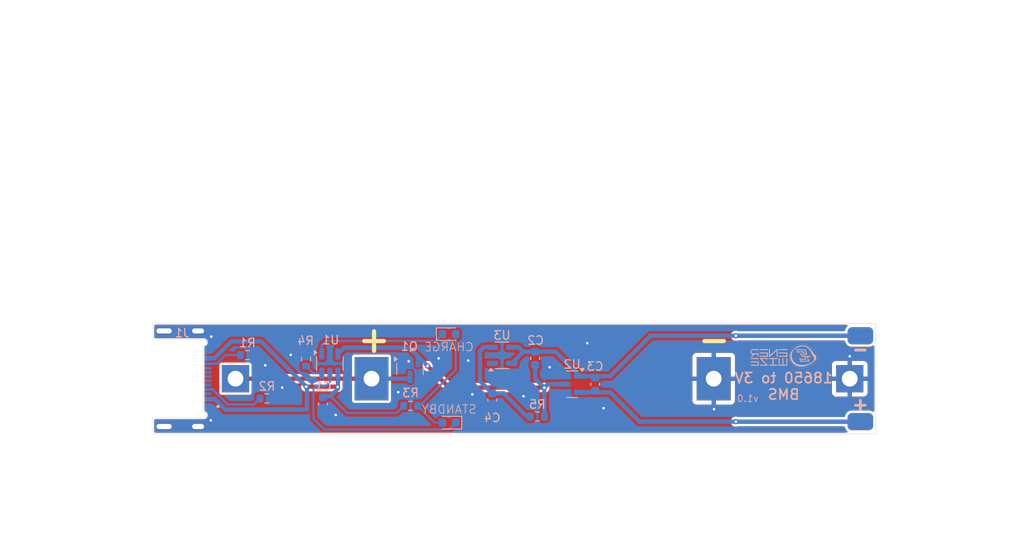
<source format=kicad_pcb>
(kicad_pcb
	(version 20240108)
	(generator "pcbnew")
	(generator_version "8.0")
	(general
		(thickness 1.6)
		(legacy_teardrops no)
	)
	(paper "A5")
	(title_block
		(title "18650 to 3V BMS")
		(date "2024-11-19")
		(rev "1.0")
		(company "Enerwize SAS")
		(comment 4 "AISLER Project ID: FQYANHIX")
	)
	(layers
		(0 "F.Cu" signal)
		(31 "B.Cu" signal)
		(32 "B.Adhes" user "B.Adhesive")
		(33 "F.Adhes" user "F.Adhesive")
		(34 "B.Paste" user)
		(35 "F.Paste" user)
		(36 "B.SilkS" user "B.Silkscreen")
		(37 "F.SilkS" user "F.Silkscreen")
		(38 "B.Mask" user)
		(39 "F.Mask" user)
		(40 "Dwgs.User" user "User.Drawings")
		(41 "Cmts.User" user "User.Comments")
		(42 "Eco1.User" user "User.Eco1")
		(43 "Eco2.User" user "User.Eco2")
		(44 "Edge.Cuts" user)
		(45 "Margin" user)
		(46 "B.CrtYd" user "B.Courtyard")
		(47 "F.CrtYd" user "F.Courtyard")
		(48 "B.Fab" user)
		(49 "F.Fab" user)
		(50 "User.1" user)
		(51 "User.2" user)
		(52 "User.3" user)
		(53 "User.4" user)
		(54 "User.5" user)
		(55 "User.6" user)
		(56 "User.7" user)
		(57 "User.8" user)
		(58 "User.9" user)
	)
	(setup
		(pad_to_mask_clearance 0)
		(allow_soldermask_bridges_in_footprints no)
		(aux_axis_origin 60.99 58.88)
		(grid_origin 60.99 58.88)
		(pcbplotparams
			(layerselection 0x00010fc_ffffffff)
			(plot_on_all_layers_selection 0x0000000_00000000)
			(disableapertmacros no)
			(usegerberextensions no)
			(usegerberattributes yes)
			(usegerberadvancedattributes yes)
			(creategerberjobfile yes)
			(dashed_line_dash_ratio 12.000000)
			(dashed_line_gap_ratio 3.000000)
			(svgprecision 4)
			(plotframeref no)
			(viasonmask no)
			(mode 1)
			(useauxorigin no)
			(hpglpennumber 1)
			(hpglpenspeed 20)
			(hpglpendiameter 15.000000)
			(pdf_front_fp_property_popups yes)
			(pdf_back_fp_property_popups yes)
			(dxfpolygonmode yes)
			(dxfimperialunits yes)
			(dxfusepcbnewfont yes)
			(psnegative no)
			(psa4output no)
			(plotreference yes)
			(plotvalue yes)
			(plotfptext yes)
			(plotinvisibletext no)
			(sketchpadsonfab no)
			(subtractmaskfromsilk no)
			(outputformat 1)
			(mirror no)
			(drillshape 1)
			(scaleselection 1)
			(outputdirectory "")
		)
	)
	(net 0 "")
	(net 1 "GND")
	(net 2 "Net-(U1-V_{CC})")
	(net 3 "Net-(D1-A)")
	(net 4 "Net-(D1-K)")
	(net 5 "Net-(D2-K)")
	(net 6 "Net-(J1-CC1)")
	(net 7 "Net-(J1-CC2)")
	(net 8 "Net-(J2-Pin_1)")
	(net 9 "Net-(U1-PROG)")
	(net 10 "unconnected-(J1-D+-PadB6)")
	(net 11 "unconnected-(J1-D--PadA7)")
	(net 12 "unconnected-(J1-D+-PadA6)")
	(net 13 "unconnected-(J1-D--PadB7)")
	(net 14 "unconnected-(J1-SBU1-PadA8)")
	(net 15 "unconnected-(J1-SBU2-PadB8)")
	(net 16 "Net-(J4-Pin_1)")
	(net 17 "Net-(U3-VDD)")
	(net 18 "unconnected-(U3-NC-Pad1)")
	(net 19 "Net-(J5-Pin_1)")
	(net 20 "Net-(Q1-S)")
	(footprint "Enerwize:MYOUNG MY-18650-02" (layer "F.Cu") (at 70.69 65.38))
	(footprint "Enerwize:MYOUNG MY-18650-02" (layer "F.Cu") (at 142.94 65.38 180))
	(footprint "Connector_Wire:SolderWirePad_1x01_SMD_1x2mm" (layer "F.Cu") (at 144.19 60.33 90))
	(footprint "Connector_Wire:SolderWirePad_1x01_SMD_1x2mm" (layer "F.Cu") (at 144.19 70.43 90))
	(footprint "Capacitor_SMD:C_0603_1608Metric" (layer "B.Cu") (at 80.99 68.35 -90))
	(footprint "Resistor_SMD:R_0603_1608Metric" (layer "B.Cu") (at 106.19 69.83 180))
	(footprint "Capacitor_SMD:C_0603_1608Metric" (layer "B.Cu") (at 105.94 62.98 90))
	(footprint "Resistor_SMD:R_0603_1608Metric" (layer "B.Cu") (at 91.29 68.57))
	(footprint "Resistor_SMD:R_0603_1608Metric" (layer "B.Cu") (at 72.09 62.6 180))
	(footprint "Package_TO_SOT_SMD:SOT-23" (layer "B.Cu") (at 110.29 66.03 180))
	(footprint "LED_SMD:LED_0603_1608Metric" (layer "B.Cu") (at 95.81 70.55 180))
	(footprint "Capacitor_SMD:C_0603_1608Metric" (layer "B.Cu") (at 100.89 67.88 -90))
	(footprint "Package_TO_SOT_SMD:SOT-23" (layer "B.Cu") (at 91.22 64.24 -90))
	(footprint "Connector_Wire:SolderWirePad_1x01_SMD_1x2mm" (layer "B.Cu") (at 144.19 60.33 -90))
	(footprint "Capacitor_SMD:C_0603_1608Metric" (layer "B.Cu") (at 112.99 66.03 90))
	(footprint "Enerwize:DEALON USB-TYPE-C-016" (layer "B.Cu") (at 62.29 65.38 90))
	(footprint "Package_TO_SOT_SMD:TSOT-23-6" (layer "B.Cu") (at 81.79 63.6 -90))
	(footprint "LED_SMD:LED_0603_1608Metric" (layer "B.Cu") (at 95.81 60.14))
	(footprint "Package_TO_SOT_SMD:SOT-23-5" (layer "B.Cu") (at 102.04 62.63))
	(footprint "Connector_Wire:SolderWirePad_1x01_SMD_1x2mm" (layer "B.Cu") (at 144.19 70.43 -90))
	(footprint "Resistor_SMD:R_0603_1608Metric" (layer "B.Cu") (at 74.39 67.7 180))
	(footprint "Resistor_SMD:R_0603_1608Metric" (layer "B.Cu") (at 78.99 63.08 90))
	(gr_poly
		(pts
			(xy 135.476869 63.739968) (xy 135.140969 63.739968) (xy 135.140969 62.956201) (xy 135.027859 62.956201)
			(xy 135.027859 63.739968) (xy 134.693102 63.739968) (xy 134.693102 62.956201) (xy 134.579992 62.956201)
			(xy 134.579992 63.851935) (xy 135.588835 63.851935) (xy 135.588835 62.956201) (xy 135.476869 62.956201)
		)
		(stroke
			(width -0.000001)
			(type solid)
		)
		(fill solid)
		(layer "B.SilkS")
		(uuid "2e5a59d2-10f8-40c4-b62b-fb82a0b2288f")
	)
	(gr_poly
		(pts
			(xy 137.377446 61.254842) (xy 137.348883 61.25617) (xy 137.329461 61.257859) (xy 137.310038 61.259549)
			(xy 137.294614 61.261306) (xy 137.27919 61.263063) (xy 137.256361 61.266452) (xy 137.233533 61.269841)
			(xy 137.214659 61.273317) (xy 137.195786 61.276794) (xy 137.177506 61.280809) (xy 137.159225 61.284825)
			(xy 137.13866 61.289948) (xy 137.118095 61.295072) (xy 137.098101 61.300767) (xy 137.078107 61.306461)
			(xy 137.054685 61.313958) (xy 137.031264 61.321456) (xy 137.010698 61.328871) (xy 136.990133 61.336287)
			(xy 136.968937 61.344618) (xy 136.947741 61.352949) (xy 136.928377 61.36122) (xy 136.909014 61.36949)
			(xy 136.885634 61.380297) (xy 136.862254 61.391105) (xy 136.835363 61.404658) (xy 136.808472 61.41821)
			(xy 136.786193 61.430389) (xy 136.763914 61.442568) (xy 136.742206 61.455175) (xy 136.720498 61.467782)
			(xy 136.694792 61.483784) (xy 136.669085 61.499785) (xy 136.640204 61.519031) (xy 136.611324 61.538276)
			(xy 136.562831 61.572934) (xy 136.537124 61.592376) (xy 136.511418 61.611817) (xy 136.492566 61.626814)
			(xy 136.473715 61.641812) (xy 136.449151 61.662277) (xy 136.424586 61.682741) (xy 136.397737 61.706298)
			(xy 136.370888 61.729855) (xy 136.351465 61.747342) (xy 136.332043 61.764827) (xy 136.302909 61.791751)
			(xy 136.273775 61.818676) (xy 136.22516 61.867286) (xy 136.176545 61.915896) (xy 136.156676 61.937604)
			(xy 136.136806 61.959312) (xy 136.121301 61.977021) (xy 136.105796 61.99473) (xy 136.091455 62.011868)
			(xy 136.077114 62.029006) (xy 136.063776 62.045812) (xy 136.050438 62.062618) (xy 136.034077 62.084657)
			(xy 136.017717 62.106697) (xy 136.007353 62.12155) (xy 135.996988 62.136402) (xy 135.985048 62.154683)
			(xy 135.973107 62.172963) (xy 135.961098 62.192957) (xy 135.949089 62.21295) (xy 135.9396 62.230088)
			(xy 135.93011 62.247226) (xy 135.918501 62.270681) (xy 135.906892 62.294135) (xy 135.89816 62.314668)
			(xy 135.889428 62.335201) (xy 135.88193 62.355583) (xy 135.874431 62.375965) (xy 135.868173 62.395829)
			(xy 135.861915 62.415694) (xy 135.856244 62.436887) (xy 135.850574 62.458081) (xy 135.845999 62.478901)
			(xy 135.841425 62.499723) (xy 135.838034 62.518574) (xy 135.834643 62.537426) (xy 135.828885 62.577413)
			(xy 135.827139 62.593409) (xy 135.825393 62.609404) (xy 135.823689 62.630541) (xy 135.821985 62.651677)
			(xy 135.820668 62.685382) (xy 135.819351 62.719086) (xy 135.820088 62.749363) (xy 135.820825 62.779639)
			(xy 135.821966 62.800205) (xy 135.823108 62.82077) (xy 135.824836 62.841335) (xy 135.826565 62.8619)
			(xy 135.829327 62.885972) (xy 135.832089 62.910044) (xy 135.83613 62.936814) (xy 135.840171 62.963584)
			(xy 135.844798 62.988148) (xy 135.849425 63.012713) (xy 135.854551 63.036134) (xy 135.859678 63.059555)
			(xy 135.867007 63.088118) (xy 135.874336 63.116681) (xy 135.881775 63.141817) (xy 135.889215 63.166952)
			(xy 135.89738 63.191517) (xy 135.905544 63.21608) (xy 135.916191 63.244643) (xy 135.926838 63.273207)
			(xy 135.934411 63.291376) (xy 135.941983 63.309545) (xy 135.950596 63.329079) (xy 135.959209 63.348613)
			(xy 135.974429 63.379462) (xy 135.989649 63.410309) (xy 136.001889 63.432588) (xy 136.014129 63.454868)
			(xy 136.028515 63.47886) (xy 136.042902 63.502853) (xy 136.063087 63.533129) (xy 136.083271 63.563406)
			(xy 136.10378 63.590827) (xy 136.124289 63.618247) (xy 136.139732 63.637099) (xy 136.155175 63.65595)
			(xy 136.169168 63.671945) (xy 136.183161 63.687941) (xy 136.205046 63.711268) (xy 136.226931 63.734595)
			(xy 136.250353 63.756877) (xy 136.273774 63.779158) (xy 136.314905 63.815172) (xy 136.329758 63.827326)
			(xy 136.34461 63.839479) (xy 136.360606 63.851828) (xy 136.376601 63.864177) (xy 136.392596 63.875827)
			(xy 136.408591 63.887478) (xy 136.435441 63.905492) (xy 136.46229 63.923506) (xy 136.48057 63.934743)
			(xy 136.49885 63.94598) (xy 136.521129 63.958735) (xy 136.543409 63.971491) (xy 136.566544 63.983625)
			(xy 136.589681 63.995761) (xy 136.613501 64.007138) (xy 136.637322 64.018515) (xy 136.659554 64.028225)
			(xy 136.681786 64.037935) (xy 136.706284 64.047637) (xy 136.730782 64.057338) (xy 136.756488 64.066482)
			(xy 136.782195 64.075627) (xy 136.80276 64.082103) (xy 136.823326 64.08858) (xy 136.844462 64.09464)
			(xy 136.865599 64.100699) (xy 136.888449 64.106487) (xy 136.911299 64.112274) (xy 136.929008 64.116266)
			(xy 136.946717 64.120259) (xy 136.967282 64.124363) (xy 136.987848 64.128467) (xy 137.015268 64.132975)
			(xy 137.042689 64.137483) (xy 137.063825 64.14031) (xy 137.084962 64.143137) (xy 137.10667 64.145417)
			(xy 137.128378 64.147698) (xy 137.151799 64.149448) (xy 137.175221 64.151199) (xy 137.198524 64.152353)
			(xy 137.221828 64.153506) (xy 137.273931 64.153348) (xy 137.326033 64.153112) (xy 137.332317 64.152771)
			(xy 137.338601 64.152431) (xy 137.36088 64.151202) (xy 137.383159 64.149974) (xy 137.402582 64.148294)
			(xy 137.422005 64.146614) (xy 137.443141 64.144293) (xy 137.464278 64.141972) (xy 137.505409 64.136271)
			(xy 137.553394 64.128283) (xy 137.579672 64.12312) (xy 137.60595 64.117957) (xy 137.651651 64.107714)
			(xy 137.681356 64.100225) (xy 137.711062 64.092737) (xy 137.738482 64.084938) (xy 137.765903 64.077139)
			(xy 137.789896 64.069691) (xy 137.813889 64.062243) (xy 137.843023 64.052348) (xy 137.872157 64.042453)
			(xy 137.900149 64.032154) (xy 137.92814 64.021856) (xy 137.95956 64.009293) (xy 137.990979 63.99673)
			(xy 138.018399 63.984985) (xy 138.04582 63.973241) (xy 138.070384 63.962104) (xy 138.094948 63.950967)
			(xy 138.131343 63.933469) (xy 138.167737 63.915971) (xy 138.203001 63.897642) (xy 138.238265 63.879313)
			(xy 138.26372 63.86546) (xy 138.289176 63.851606) (xy 138.31831 63.834999) (xy 138.347444 63.818393)
			(xy 138.37715 63.800681) (xy 138.406855 63.782971) (xy 138.436561 63.764503) (xy 138.466266 63.746033)
			(xy 138.492544 63.729089) (xy 138.518822 63.712145) (xy 138.544529 63.694989) (xy 138.570235 63.677834)
			(xy 138.595942 63.660141) (xy 138.621648 63.642448) (xy 138.649069 63.622988) (xy 138.676489 63.603529)
			(xy 138.698149 63.587572) (xy 138.71981 63.571616) (xy 138.739851 63.556166) (xy 138.759893 63.540716)
			(xy 138.783315 63.521878) (xy 138.806736 63.503041) (xy 138.827873 63.485111) (xy 138.84901 63.467182)
			(xy 138.858903 63.458169) (xy 138.868796 63.449156) (xy 138.90289 63.417191) (xy 138.936983 63.385226)
			(xy 138.962119 63.361784) (xy 138.987254 63.338341) (xy 139.021367 63.304632) (xy 139.055479 63.270923)
			(xy 139.073601 63.251409) (xy 139.091723 63.231895) (xy 139.106897 63.214185) (xy 139.122071 63.196476)
			(xy 139.135332 63.17943) (xy 139.148593 63.162384) (xy 139.15858 63.148103) (xy 139.168567 63.133822)
			(xy 139.177474 63.119485) (xy 139.186381 63.105148) (xy 139.193423 63.092064) (xy 139.200464 63.078981)
			(xy 139.208839 63.061229) (xy 139.217213 63.043477) (xy 139.225218 63.023466) (xy 139.233222 63.003455)
			(xy 139.239718 62.98352) (xy 139.246215 62.963587) (xy 139.25605 62.924741) (xy 139.259024 62.908174)
			(xy 139.261998 62.891607) (xy 139.263682 62.878468) (xy 139.265365 62.865329) (xy 139.266686 62.844192)
			(xy 139.268007 62.823056) (xy 139.267269 62.805918) (xy 139.266583 62.789994) (xy 139.249877 62.789994)
			(xy 139.249864 62.819127) (xy 139.24985 62.848262) (xy 139.247924 62.86568) (xy 139.245997 62.883099)
			(xy 139.24372 62.896529) (xy 139.241443 62.909958) (xy 139.238485 62.923668) (xy 139.235527 62.937378)
			(xy 139.229435 62.958515) (xy 139.223343 62.979652) (xy 139.218815 62.992219) (xy 139.214287 63.004787)
			(xy 139.208558 63.019068) (xy 139.202829 63.03335) (xy 139.19637 63.047631) (xy 139.189911 63.061912)
			(xy 139.181846 63.07728) (xy 139.173782 63.092646) (xy 139.164653 63.107556) (xy 139.155525 63.122466)
			(xy 139.148022 63.13332) (xy 139.140518 63.144174) (xy 139.127954 63.160741) (xy 139.11539 63.177307)
			(xy 139.104476 63.190446) (xy 139.093561 63.203585) (xy 139.079825 63.218995) (xy 139.066088 63.234405)
			(xy 139.04438 63.257174) (xy 139.022672 63.279945) (xy 138.992958 63.308602) (xy 138.963244 63.33726)
			(xy 138.921551 63.376048) (xy 138.879857 63.414837) (xy 138.861577 63.432116) (xy 138.843297 63.449396)
			(xy 138.823303 63.466452) (xy 138.803309 63.483508) (xy 138.782172 63.500721) (xy 138.761035 63.517934)
			(xy 138.74047 63.533919) (xy 138.719905 63.549903) (xy 138.701625 63.563638) (xy 138.683344 63.577374)
			(xy 138.651354 63.600215) (xy 138.619363 63.623056) (xy 138.596513 63.638908) (xy 138.573663 63.654761)
			(xy 138.541101 63.676578) (xy 138.508539 63.698395) (xy 138.483975 63.714239) (xy 138.459411 63.730085)
			(xy 138.429705 63.748559) (xy 138.4 63.767034) (xy 138.370294 63.784771) (xy 138.340589 63.802508)
			(xy 138.316596 63.816225) (xy 138.292603 63.829943) (xy 138.264612 63.845351) (xy 138.23662 63.860759)
			(xy 138.208986 63.87526) (xy 138.181351 63.889762) (xy 138.141006 63.909599) (xy 138.10066 63.929436)
			(xy 138.072669 63.942249) (xy 138.044677 63.955062) (xy 138.013258 63.968529) (xy 137.981838 63.981996)
			(xy 137.956132 63.992263) (xy 137.930425 64.00253) (xy 137.90529 64.011956) (xy 137.880154 64.021383)
			(xy 137.853305 64.030782) (xy 137.826456 64.040181) (xy 137.799036 64.04885) (xy 137.771615 64.057519)
			(xy 137.749907 64.063914) (xy 137.7282 64.070307) (xy 137.700779 64.077606) (xy 137.673359 64.084904)
			(xy 137.649234 64.090627) (xy 137.62511 64.096351) (xy 137.600677 64.101496) (xy 137.576245 64.106641)
			(xy 137.551109 64.111189) (xy 137.525974 64.115736) (xy 137.499125 64.119777) (xy 137.472276 64.123819)
			(xy 137.441428 64.127227) (xy 137.41058 64.130636) (xy 137.386587 64.132454) (xy 137.362594 64.134272)
			(xy 137.344314 64.135257) (xy 137.326033 64.136242) (xy 137.259767 64.135902) (xy 137.259767 64.135859)
			(xy 137.193501 64.135518) (xy 137.167795 64.133646) (xy 137.142088 64.131774) (xy 137.114667 64.129004)
			(xy 137.087247 64.126228) (xy 137.043831 64.120399) (xy 137.022695 64.116972) (xy 137.001558 64.113544)
			(xy 136.980421 64.109494) (xy 136.959285 64.105445) (xy 136.938719 64.100887) (xy 136.918154 64.096328)
			(xy 136.895415 64.090625) (xy 136.872676 64.084921) (xy 136.846858 64.077492) (xy 136.82104 64.070062)
			(xy 136.796476 64.061975) (xy 136.771912 64.053888) (xy 136.753061 64.047108) (xy 136.734209 64.040328)
			(xy 136.709645 64.030577) (xy 136.685081 64.020827) (xy 136.660517 64.009974) (xy 136.635952 63.999121)
			(xy 136.605104 63.983914) (xy 136.574257 63.968707) (xy 136.529698 63.944229) (xy 136.503992 63.928797)
			(xy 136.478285 63.913364) (xy 136.455258 63.8982) (xy 136.43223 63.883035) (xy 136.409645 63.866831)
			(xy 136.387059 63.850627) (xy 136.370405 63.837654) (xy 136.353751 63.824682) (xy 136.339019 63.812629)
			(xy 136.324287 63.800575) (xy 136.308171 63.786459) (xy 136.292054 63.772343) (xy 136.274917 63.756327)
			(xy 136.257779 63.740311) (xy 136.232636 63.714729) (xy 136.207494 63.689146) (xy 136.190777 63.670295)
			(xy 136.174061 63.651444) (xy 136.16212 63.637162) (xy 136.150178 63.622881) (xy 136.137132 63.606314)
			(xy 136.124086 63.589747) (xy 136.109837 63.570325) (xy 136.095588 63.550902) (xy 136.077252 63.523481)
			(xy 136.058915 63.496061) (xy 136.044535 63.472068) (xy 136.030155 63.448075) (xy 136.019633 63.429223)
			(xy 136.00911 63.410372) (xy 135.992859 63.37781) (xy 135.976607 63.345249) (xy 135.969402 63.329253)
			(xy 135.962196 63.313258) (xy 135.952184 63.289265) (xy 135.942172 63.265273) (xy 135.932982 63.240709)
			(xy 135.923792 63.216144) (xy 135.916352 63.194279) (xy 135.908913 63.172414) (xy 135.900875 63.145722)
			(xy 135.892838 63.119031) (xy 135.887212 63.097889) (xy 135.881587 63.076747) (xy 135.875801 63.052189)
			(xy 135.870015 63.02763) (xy 135.86544 63.004779) (xy 135.860864 62.981929) (xy 135.856878 62.957936)
			(xy 135.852892 62.933943) (xy 135.850543 62.917376) (xy 135.848193 62.90081) (xy 135.845932 62.880816)
			(xy 135.843671 62.860821) (xy 135.841937 62.840256) (xy 135.840203 62.81969) (xy 135.839099 62.800267)
			(xy 135.837995 62.780844) (xy 135.837249 62.749425) (xy 135.836503 62.718006) (xy 135.837803 62.685467)
			(xy 135.839103 62.652928) (xy 135.840789 62.631768) (xy 135.842474 62.610609) (xy 135.844257 62.594614)
			(xy 135.846041 62.578619) (xy 135.849423 62.555499) (xy 135.852804 62.53238) (xy 135.856096 62.51494)
			(xy 135.859388 62.4975) (xy 135.863478 62.47922) (xy 135.867569 62.46094) (xy 135.87336 62.439232)
			(xy 135.879152 62.417524) (xy 135.889258 62.387247) (xy 135.899363 62.35697) (xy 135.906997 62.338119)
			(xy 135.914631 62.319268) (xy 135.922197 62.302701) (xy 135.929763 62.286134) (xy 135.938793 62.268426)
			(xy 135.947824 62.250716) (xy 135.954159 62.239291) (xy 135.960493 62.227866) (xy 135.979961 62.194733)
			(xy 135.993048 62.174168) (xy 136.006135 62.153602) (xy 136.02047 62.133037) (xy 136.034805 62.112472)
			(xy 136.046161 62.097145) (xy 136.057516 62.081819) (xy 136.071943 62.063441) (xy 136.08637 62.045063)
			(xy 136.103175 62.024872) (xy 136.119979 62.004682) (xy 136.137465 61.984892) (xy 136.154951 61.965104)
			(xy 136.16976 61.9491) (xy 136.184569 61.933096) (xy 136.209748 61.906949) (xy 136.234927 61.880801)
			(xy 136.264061 61.852677) (xy 136.293196 61.824553) (xy 136.311763 61.807206) (xy 136.330331 61.789859)
			(xy 136.358035 61.76484) (xy 136.38574 61.739822) (xy 136.410304 61.718313) (xy 136.434868 61.696804)
			(xy 136.461146 61.674897) (xy 136.487424 61.652991) (xy 136.506846 61.637574) (xy 136.526269 61.622157)
			(xy 136.54988 61.604352) (xy 136.573492 61.586547) (xy 136.597866 61.569153) (xy 136.622241 61.551769)
			(xy 136.650952 61.532644) (xy 136.679663 61.513519) (xy 136.70351 61.498694) (xy 136.727358 61.483868)
			(xy 136.748491 61.47155) (xy 136.769625 61.459232) (xy 136.793618 61.446075) (xy 136.817611 61.432919)
			(xy 136.8536 61.415048) (xy 136.88959 61.397177) (xy 136.91701 61.385079) (xy 136.944431 61.372981)
			(xy 136.96214 61.365847) (xy 136.979849 61.358712) (xy 137.000414 61.351002) (xy 137.020979 61.343292)
			(xy 137.050685 61.333524) (xy 137.08039 61.323755) (xy 137.10045 61.317994) (xy 137.12051 61.312233)
			(xy 137.145592 61.306013) (xy 137.170673 61.299792) (xy 137.193511 61.295065) (xy 137.21635 61.290339)
			(xy 137.239772 61.286471) (xy 137.263193 61.282604) (xy 137.286615 61.279681) (xy 137.310036 61.276758)
			(xy 137.33003 61.275066) (xy 137.350024 61.273375) (xy 137.378016 61.272044) (xy 137.406008 61.270714)
			(xy 137.440855 61.271409) (xy 137.475701 61.272103) (xy 137.499123 61.273873) (xy 137.522545 61.275642)
			(xy 137.547109 61.278534) (xy 137.571673 61.281427) (xy 137.597951 61.285873) (xy 137.624229 61.290321)
			(xy 137.642754 61.294356) (xy 137.66128 61.298392) (xy 137.679886 61.303052) (xy 137.698492 61.307713)
			(xy 137.710489 61.311147) (xy 137.722485 61.314582) (xy 137.74305 61.320926) (xy 137.763616 61.327271)
			(xy 137.785895 61.335262) (xy 137.808174 61.343254) (xy 137.828168 61.351225) (xy 137.848162 61.359196)
			(xy 137.872726 61.37008) (xy 137.89729 61.380965) (xy 137.929852 61.39733) (xy 137.962414 61.413695)
			(xy 137.981265 61.424197) (xy 138.000117 61.434699) (xy 138.025298 61.449807) (xy 138.050478 61.464915)
			(xy 138.068713 61.476787) (xy 138.086948 61.488658) (xy 138.105229 61.501133) (xy 138.123509 61.513608)
			(xy 138.145408 61.529524) (xy 138.167306 61.545439) (xy 138.189394 61.562612) (xy 138.211483 61.579784)
			(xy 138.226907 61.592447) (xy 138.242331 61.60511) (xy 138.26148 61.621518) (xy 138.28063 61.637927)
			(xy 138.299755 61.655128) (xy 138.31888 61.672328) (xy 138.348441 61.700461) (xy 138.378003 61.728595)
			(xy 138.405567 61.757186) (xy 138.433131 61.785778) (xy 138.447413 61.801192) (xy 138.461694 61.816606)
			(xy 138.479495 61.836582) (xy 138.497296 61.856557) (xy 138.542861 61.909684) (xy 138.588426 61.962811)
			(xy 138.611271 61.989089) (xy 138.634116 62.015367) (xy 138.665124 62.050213) (xy 138.696133 62.08506)
			(xy 138.711331 62.101627) (xy 138.726529 62.118194) (xy 138.751155 62.144471) (xy 138.77578 62.170749)
			(xy 138.818678 62.213615) (xy 138.861576 62.256481) (xy 138.884997 62.278218) (xy 138.908419 62.299953)
			(xy 138.925557 62.315346) (xy 138.942694 62.33074) (xy 138.967259 62.351852) (xy 138.991823 62.372964)
			(xy 139.002677 62.382548) (xy 139.01353 62.392133) (xy 139.03652 62.413693) (xy 139.05951 62.435253)
			(xy 139.076535 62.453243) (xy 139.09356 62.471231) (xy 139.102777 62.481514) (xy 139.111995 62.491796)
			(xy 139.123356 62.505531) (xy 139.134717 62.519266) (xy 139.146332 62.534808) (xy 139.157946 62.550349)
			(xy 139.169855 62.568487) (xy 139.181763 62.586625) (xy 139.189191 62.599764) (xy 139.196618 62.612903)
			(xy 139.203476 62.626613) (xy 139.210334 62.640324) (xy 139.215201 62.651749) (xy 139.220068 62.663174)
			(xy 139.224545 62.67517) (xy 139.229022 62.687167) (xy 139.234002 62.704305) (xy 139.238982 62.721442)
			(xy 139.242445 62.739151) (xy 139.245908 62.75686) (xy 139.247893 62.773427) (xy 139.249877 62.789994)
			(xy 139.266583 62.789994) (xy 139.266531 62.78878) (xy 139.265335 62.776212) (xy 139.26414 62.763645)
			(xy 139.261409 62.74739) (xy 139.258679 62.731134) (xy 139.25462 62.714998) (xy 139.250561 62.698863)
			(xy 139.24586 62.684411) (xy 139.241159 62.669959) (xy 139.235092 62.65494) (xy 139.229024 62.639921)
			(xy 139.2222 62.625549) (xy 139.215377 62.611177) (xy 139.206497 62.595438) (xy 139.197618 62.5797)
			(xy 139.189699 62.567133) (xy 139.18178 62.554565) (xy 139.175418 62.545425) (xy 139.169056 62.536285)
			(xy 139.15651 62.519718) (xy 139.143964 62.503151) (xy 139.133029 62.49008) (xy 139.122094 62.477008)
			(xy 139.111332 62.464944) (xy 139.10057 62.452881) (xy 139.071904 62.424284) (xy 139.043237 62.395687)
			(xy 139.026099 62.380277) (xy 139.008962 62.364867) (xy 138.984398 62.343767) (xy 138.959834 62.322667)
			(xy 138.94441 62.308958) (xy 138.928986 62.295249) (xy 138.906779 62.274693) (xy 138.884573 62.254138)
			(xy 138.857651 62.228033) (xy 138.830729 62.201928) (xy 138.801697 62.172022) (xy 138.772665 62.142116)
			(xy 138.745577 62.112981) (xy 138.718488 62.083847) (xy 138.696093 62.05896) (xy 138.673697 62.034072)
			(xy 138.642456 61.998406) (xy 138.611214 61.96274) (xy 138.558245 61.901044) (xy 138.505275 61.839348)
			(xy 138.486744 61.818702) (xy 138.468212 61.798057) (xy 138.450694 61.779286) (xy 138.433175 61.760514)
			(xy 138.408018 61.734954) (xy 138.382862 61.709393) (xy 138.360012 61.687529) (xy 138.337161 61.665666)
			(xy 138.317244 61.64755) (xy 138.297328 61.629434) (xy 138.272686 61.608273) (xy 138.248045 61.587113)
			(xy 138.223481 61.567463) (xy 138.198917 61.547814) (xy 138.180065 61.53361) (xy 138.161213 61.519405)
			(xy 138.143504 61.506726) (xy 138.125795 61.494048) (xy 138.106373 61.480885) (xy 138.08695 61.467723)
			(xy 138.068098 61.455816) (xy 138.049247 61.443908) (xy 138.030813 61.432845) (xy 138.01238 61.421781)
			(xy 137.989683 61.409159) (xy 137.966985 61.396537) (xy 137.942421 61.384125) (xy 137.917857 61.371712)
			(xy 137.882439 61.355296) (xy 137.86016 61.345832) (xy 137.837881 61.336369) (xy 137.818251 61.328836)
			(xy 137.798622 61.321303) (xy 137.77655 61.313765) (xy 137.754477 61.306226) (xy 137.732198 61.299562)
			(xy 137.709919 61.292898) (xy 137.687069 61.287133) (xy 137.664218 61.281368) (xy 137.644819 61.277224)
			(xy 137.62542 61.273081) (xy 137.602546 61.26919) (xy 137.579672 61.2653) (xy 137.561963 61.263007)
			(xy 137.544254 61.260714) (xy 137.526545 61.258974) (xy 137.508836 61.257235) (xy 137.492269 61.256075)
			(xy 137.475703 61.254914) (xy 137.406009 61.253514)
		)
		(stroke
			(width -0.000001)
			(type solid)
		)
		(fill solid)
		(layer "B.SilkS")
		(uuid "363a5066-e92f-45ba-9ea5-b24185a77ff9")
	)
	(gr_poly
		(pts
			(xy 133.950759 62.268039) (xy 133.551121 62.6413) (xy 133.550818 62.268039) (xy 133.550514 61.894779)
			(xy 133.495961 61.895083) (xy 133.441407 61.895387) (xy 133.441104 62.352679) (xy 133.4408 62.809972)
			(xy 133.490787 62.809938) (xy 133.540774 62.809904) (xy 133.940084 62.43687) (xy 134.339393 62.063837)
			(xy 134.339697 62.436918) (xy 134.34 62.81) (xy 134.394841 62.81) (xy 134.394907 62.80997) (xy 134.449748 62.80997)
			(xy 134.449444 62.352677) (xy 134.44914 61.895384) (xy 134.399769 61.895081) (xy 134.350397 61.894777)
		)
		(stroke
			(width -0.000001)
			(type solid)
		)
		(fill solid)
		(layer "B.SilkS")
		(uuid "4f8cac79-4f4a-4220-a644-5d84a4d46136")
	)
	(gr_poly
		(pts
			(xy 136.736784 61.895928) (xy 136.726937 61.897152) (xy 136.718006 61.900047) (xy 136.709074 61.902941)
			(xy 136.701356 61.907504) (xy 136.693637 61.912066) (xy 136.686947 61.917633) (xy 136.680258 61.9232)
			(xy 136.674402 61.931003) (xy 136.668546 61.938805) (xy 136.664588 61.946903) (xy 136.660629 61.955002)
			(xy 136.658102 61.964612) (xy 136.655575 61.974223) (xy 136.655587 61.98679) (xy 136.6556 61.999358)
			(xy 136.657607 62.007181) (xy 136.659615 62.014991) (xy 136.66247 62.022017) (xy 136.665324 62.029041)
			(xy 136.670282 62.036706) (xy 136.675239 62.044369) (xy 136.681984 62.051114) (xy 136.688728 62.057858)
			(xy 136.694052 62.06152) (xy 136.699376 62.065181) (xy 136.707653 62.069102) (xy 136.715929 62.073023)
			(xy 136.725069 62.075408) (xy 136.734209 62.077793) (xy 136.759345 62.077793) (xy 136.768485 62.075439)
			(xy 136.777625 62.073084) (xy 136.787908 62.067974) (xy 136.79819 62.062863) (xy 136.804805 62.057148)
			(xy 136.811419 62.051435) (xy 136.8166 62.045396) (xy 136.82178 62.039358) (xy 136.823656 62.036217)
			(xy 136.825532 62.033077) (xy 137.663106 62.033077) (xy 137.706408 62.171036) (xy 137.749711 62.308995)
			(xy 137.772945 62.383231) (xy 137.79618 62.457468) (xy 137.79618 62.459614) (xy 137.713159 62.458858)
			(xy 137.630139 62.458102) (xy 137.629777 62.457725) (xy 137.629414 62.457347) (xy 137.589531 62.330033)
			(xy 137.549648 62.202717) (xy 137.545461 62.189293) (xy 137.541274 62.175868) (xy 136.896693 62.175868)
			(xy 136.878066 62.158159) (xy 136.871582 62.154326) (xy 136.865096 62.150494) (xy 136.858126 62.147677)
			(xy 136.851156 62.14486) (xy 136.842955 62.143116) (xy 136.834754 62.141372) (xy 136.820473 62.141915)
			(xy 136.806191 62.142458) (xy 136.797051 62.145444) (xy 136.787911 62.148429) (xy 136.779913 62.152912)
			(xy 136.771915 62.157396) (xy 136.765877 62.162585) (xy 136.759838 62.167774) (xy 136.754108 62.174389)
			(xy 136.748378 62.181003) (xy 136.742819 62.192428) (xy 136.737261 62.203854) (xy 136.73527 62.211852)
			(xy 136.733281 62.219849) (xy 136.733331 62.232988) (xy 136.733382 62.246126) (xy 136.735824 62.255267)
			(xy 136.738266 62.264407) (xy 136.742794 62.273547) (xy 136.747323 62.282687) (xy 136.753148 62.289881)
			(xy 136.758973 62.297075) (xy 136.76659 62.303393) (xy 136.774207 62.309712) (xy 136.78449 62.314664)
			(xy 136.794772 62.319616) (xy 136.802251 62.321428) (xy 136.80973 62.323239) (xy 136.818375 62.323971)
			(xy 136.82702 62.3247) (xy 136.836289 62.323344) (xy 136.845557 62.321987) (xy 136.853722 62.319208)
			(xy 136.861886 62.316428) (xy 136.868889 62.31249) (xy 136.875891 62.308551) (xy 136.883398 62.30233)
			(xy 136.890905 62.296109) (xy 136.896395 62.288824) (xy 136.901885 62.281539) (xy 136.903668 62.277825)
			(xy 136.905451 62.274111) (xy 137.187089 62.274414) (xy 137.468727 62.274718) (xy 137.497452 62.366405)
			(xy 137.526177 62.458092) (xy 137.270876 62.458092) (xy 137.270319 62.456641) (xy 137.269763 62.455191)
			(xy 137.263962 62.448248) (xy 137.25816 62.441305) (xy 137.246067 62.431983) (xy 137.239571 62.428075)
			(xy 137.233074 62.424166) (xy 137.224081 62.421194) (xy 137.215087 62.418223) (xy 137.204944 62.416961)
			(xy 137.1948 62.415699) (xy 137.184444 62.416951) (xy 137.174088 62.418202) (xy 137.164727 62.42142)
			(xy 137.155365 62.424639) (xy 137.146716 62.430029) (xy 137.138067 62.43542) (xy 137.130653 62.442725)
			(xy 137.123238 62.450031) (xy 137.118258 62.457773) (xy 137.113277 62.465514) (xy 137.110949 62.470831)
			(xy 137.10862 62.476146) (xy 137.106834 62.482291) (xy 137.105047 62.488436) (xy 137.102859 62.507787)
			(xy 137.103826 62.516362) (xy 137.104792 62.524937) (xy 137.106139 62.530644) (xy 137.107486 62.53635)
			(xy 137.112994 62.547776) (xy 137.118502 62.559201) (xy 137.124194 62.565878) (xy 137.129885 62.572556)
			(xy 137.136563 62.578247) (xy 137.14324 62.583938) (xy 137.154665 62.589481) (xy 137.16609 62.595025)
			(xy 137.174659 62.596755) (xy 137.183228 62.598482) (xy 137.190083 62.598984) (xy 137.190074 62.598961)
			(xy 137.196929 62.599463) (xy 137.205498 62.598462) (xy 137.214067 62.59746) (xy 137.221493 62.595072)
			(xy 137.228919 62.592684) (xy 137.237551 62.588201) (xy 137.246183 62.58372) (xy 137.252798 62.578127)
			(xy 137.259412 62.572534) (xy 137.265017 62.565905) (xy 137.270621 62.559277) (xy 137.270621 62.557466)
			(xy 137.93115 62.557466) (xy 137.930553 62.555465) (xy 137.929955 62.553465) (xy 137.852878 62.307824)
			(xy 137.775802 62.062183) (xy 137.756801 62.00163) (xy 137.737801 61.941076) (xy 137.736625 61.937362)
			(xy 137.73545 61.933647) (xy 137.278246 61.933614) (xy 136.821042 61.93358) (xy 136.817043 61.928416)
			(xy 136.813044 61.923253) (xy 136.807332 61.91834) (xy 136.801619 61.913426) (xy 136.795124 61.909278)
			(xy 136.78863 61.90513) (xy 136.782557 61.902714) (xy 136.776483 61.900299) (xy 136.771342 61.89871)
			(xy 136.766201 61.897121) (xy 136.756416 61.895914) (xy 136.746632 61.894706)
		)
		(stroke
			(width -0.000001)
			(type solid)
		)
		(fill solid)
		(layer "B.SilkS")
		(uuid "5765faa1-81c6-4eb3-8e52-3b93e960307f")
	)
	(gr_poly
		(pts
			(xy 132.357795 63.012755) (xy 132.721401 63.376363) (xy 133.085006 63.739969) (xy 132.357795 63.739969)
			(xy 132.357795 63.851936) (xy 132.834225 63.851935) (xy 133.310655 63.851935) (xy 133.310655 63.796522)
			(xy 132.947335 63.433203) (xy 132.584014 63.069884) (xy 132.584014 63.068169) (xy 133.310655 63.068169)
			(xy 133.310655 62.956202) (xy 132.357795 62.956202)
		)
		(stroke
			(width -0.000001)
			(type solid)
		)
		(fill solid)
		(layer "B.SilkS")
		(uuid "77ffd681-1330-4b54-a72d-e3bc9b36afe3")
	)
	(gr_poly
		(pts
			(xy 132.357782 62.017072) (xy 132.83369 62.017102) (xy 133.309584 62.017102) (xy 133.310131 62.015675)
			(xy 133.310678 62.014248) (xy 133.310374 61.959408) (xy 133.31007 61.904567) (xy 132.833926 61.904263)
			(xy 132.357782 61.90396)
		)
		(stroke
			(width -0.000001)
			(type solid)
		)
		(fill solid)
		(layer "B.SilkS")
		(uuid "a26c218d-b829-4505-8427-9bd8301b2147")
	)
	(gr_poly
		(pts
			(xy 132.357774 62.408936) (xy 133.197525 62.408936) (xy 133.197525 62.68771) (xy 132.357774 62.68771)
			(xy 132.357774 62.80082) (xy 132.83369 62.80085) (xy 133.309584 62.80085) (xy 133.310127 62.799423)
			(xy 133.310671 62.797996) (xy 133.310367 62.547214) (xy 133.310063 62.296431) (xy 132.833919 62.296128)
			(xy 132.357774 62.295824)
		)
		(stroke
			(width -0.000001)
			(type solid)
		)
		(fill solid)
		(layer "B.SilkS")
		(uuid "a97c5704-b6df-4f05-b7e6-0aaa5c3f40bc")
	)
	(gr_poly
		(pts
			(xy 131.871362 61.89513) (xy 131.516324 61.895471) (xy 131.504328 61.897495) (xy 131.492332 61.899518)
			(xy 131.47921 61.90298) (xy 131.466089 61.906441) (xy 131.456052 61.910317) (xy 131.446017 61.914193)
			(xy 131.433395 61.920649) (xy 131.420774 61.927105) (xy 131.408068 61.935593) (xy 131.395363 61.944082)
			(xy 131.385578 61.952306) (xy 131.375794 61.960529) (xy 131.366257 61.970198) (xy 131.356721 61.979867)
			(xy 131.349302 61.989054) (xy 131.341883 61.99824) (xy 131.330847 62.014808) (xy 131.319811 62.031376)
			(xy 131.312216 62.046227) (xy 131.304623 62.061079) (xy 131.298285 62.077074) (xy 131.291948 62.093069)
			(xy 131.287834 62.106727) (xy 131.28372 62.120385) (xy 131.280397 62.137003) (xy 131.277075 62.153622)
			(xy 131.275307 62.169046) (xy 131.27354 62.18447) (xy 131.27354 62.236212) (xy 131.274727 62.248044)
			(xy 131.275914 62.259876) (xy 131.278218 62.273586) (xy 131.280523 62.287296) (xy 131.283848 62.300435)
			(xy 131.287175 62.313574) (xy 131.291622 62.326713) (xy 131.296069 62.339852) (xy 131.300241 62.349895)
			(xy 131.304413 62.359937) (xy 131.310731 62.372533) (xy 131.317047 62.38513) (xy 131.324521 62.397338)
			(xy 131.331994 62.409546) (xy 131.33847 62.418565) (xy 131.344947 62.427585) (xy 131.355576 62.439971)
			(xy 131.366204 62.452358) (xy 131.376404 62.461503) (xy 131.386603 62.470648) (xy 131.397875 62.479037)
			(xy 131.409147 62.487425) (xy 131.422268 62.495044) (xy 131.43539 62.502664) (xy 131.44558 62.507077)
			(xy 131.455771 62.511491) (xy 131.464865 62.51454) (xy 131.47396 62.517589) (xy 131.482895 62.51987)
			(xy 131.491829 62.52215) (xy 131.514039 62.525786) (xy 131.553829 62.526505) (xy 131.593619 62.527223)
			(xy 131.430804 62.667752) (xy 131.267989 62.808282) (xy 131.267921 62.809139) (xy 131.267854 62.809996)
			(xy 131.353257 62.809984) (xy 131.43866 62.809973) (xy 131.603103 62.668313) (xy 131.767548 62.526651)
			(xy 132.122455 62.526651) (xy 132.122455 62.809995) (xy 132.174422 62.80997) (xy 132.226406 62.80997)
			(xy 132.226406 62.405555) (xy 131.873653 62.405214) (xy 131.520901 62.404873) (xy 131.504732 62.401169)
			(xy 131.495679 62.398143) (xy 131.486625 62.395121) (xy 131.477171 62.390107) (xy 131.467717 62.385094)
			(xy 131.459493 62.379613) (xy 131.451267 62.374132) (xy 131.4388 62.362136) (xy 131.426333 62.350139)
			(xy 131.419871 62.341571) (xy 131.413409 62.333002) (xy 131.409831 62.327289) (xy 131.406252 62.321576)
			(xy 131.399897 62.308586) (xy 131.393542 62.295596) (xy 131.384527 62.267878) (xy 131.382216 62.256452)
			(xy 131.379905 62.245027) (xy 131.378708 62.233196) (xy 131.37751 62.221364) (xy 131.37751 62.20014)
			(xy 131.378708 62.188308) (xy 131.379905 62.176476) (xy 131.382196 62.165052) (xy 131.384487 62.153626)
			(xy 131.389049 62.139916) (xy 131.393611 62.126206) (xy 131.400219 62.112982) (xy 131.406827 62.099758)
			(xy 131.412893 62.090703) (xy 131.418959 62.081647) (xy 131.426238 62.072896) (xy 131.433517 62.064145)
			(xy 131.440073 62.05813) (xy 131.446631 62.052116) (xy 131.455724 62.045356) (xy 131.464818 62.038594)
			(xy 131.478575 62.031878) (xy 131.492332 62.025161) (xy 131.503757 62.021983) (xy 131.515182 62.018809)
			(xy 131.87079 62.018505) (xy 132.226399 62.018202) (xy 132.226399 61.894789)
		)
		(stroke
			(width -0.000001)
			(type solid)
		)
		(fill solid)
		(layer "B.SilkS")
		(uuid "b43d157e-44f2-4e19-b92f-d24e66293787")
	)
	(gr_poly
		(pts
			(xy 137.362596 61.444552) (xy 137.337461 61.445884) (xy 137.318038 61.447617) (xy 137.298615 61.449349)
			(xy 137.276336 61.452166) (xy 137.254057 61.454978) (xy 137.232921 61.45847) (xy 137.211784 61.461961)
			(xy 137.186892 61.467073) (xy 137.162 61.472185) (xy 137.136621 61.478475) (xy 137.111242 61.484766)
			(xy 137.091561 61.490415) (xy 137.07188 61.496065) (xy 137.051573 61.502455) (xy 137.031266 61.508846)
			(xy 137.006131 61.517798) (xy 136.980996 61.526749) (xy 136.942971 61.541605) (xy 136.921424 61.550722)
			(xy 136.899877 61.559839) (xy 136.879883 61.568984) (xy 136.859889 61.578129) (xy 136.838752 61.588311)
			(xy 136.817615 61.598493) (xy 136.793051 61.611439) (xy 136.768487 61.624385) (xy 136.749065 61.635216)
			(xy 136.729642 61.646048) (xy 136.711933 61.656383) (xy 136.694224 61.666717) (xy 136.670231 61.681564)
			(xy 136.646239 61.696412) (xy 136.619961 61.713694) (xy 136.593682 61.730975) (xy 136.570261 61.747412)
			(xy 136.546839 61.763849) (xy 136.523989 61.780428) (xy 136.501139 61.797007) (xy 136.473718 61.817539)
			(xy 136.446298 61.838071) (xy 136.421734 61.857227) (xy 136.39717 61.876383) (xy 136.376033 61.893657)
			(xy 136.354897 61.910931) (xy 136.333188 61.929533) (xy 136.311481 61.948136) (xy 136.29777 61.960469)
			(xy 136.28406 61.972801) (xy 136.2574 61.997974) (xy 136.230739 62.023147) (xy 136.209097 62.045885)
			(xy 136.187455 62.068624) (xy 136.173039 62.084834) (xy 136.158622 62.101044) (xy 136.145296 62.117039)
			(xy 136.131968 62.133034) (xy 136.121631 62.146321) (xy 136.111294 62.159607) (xy 136.10062 62.174312)
			(xy 136.089945 62.189018) (xy 136.077763 62.207299) (xy 136.065581 62.225579) (xy 136.057014 62.23986)
			(xy 136.048448 62.254142) (xy 136.040092 62.269533) (xy 136.031736 62.284924) (xy 136.024382 62.300381)
			(xy 136.017029 62.315837) (xy 136.008741 62.33526) (xy 136.000453 62.354683) (xy 135.992393 62.376962)
			(xy 135.984333 62.399241) (xy 135.978433 62.418664) (xy 135.972533 62.438087) (xy 135.966372 62.462396)
			(xy 135.960211 62.486705) (xy 135.955015 62.51317) (xy 135.94982 62.539635) (xy 135.946439 62.563125)
			(xy 135.943058 62.586615) (xy 135.940784 62.609465) (xy 135.93851 62.632315) (xy 135.937287 62.649453)
			(xy 135.936064 62.666591) (xy 135.935388 62.706578) (xy 135.934712 62.746567) (xy 135.936061 62.775701)
			(xy 135.937409 62.804836) (xy 135.940792 62.845966) (xy 135.94311 62.866531) (xy 135.945429 62.887096)
			(xy 135.948262 62.906518) (xy 135.951096 62.925941) (xy 135.953985 62.942508) (xy 135.956874 62.959074)
			(xy 135.96029 62.976212) (xy 135.963705 62.99335) (xy 135.968873 63.015629) (xy 135.97404 63.037908)
			(xy 135.979687 63.058984) (xy 135.985334 63.080059) (xy 135.996571 63.116742) (xy 136.004473 63.140735)
			(xy 136.010981 63.158974) (xy 136.017488 63.177214) (xy 136.025488 63.19724) (xy 136.033488 63.217266)
			(xy 136.043301 63.239554) (xy 136.053114 63.261842) (xy 136.068129 63.291547) (xy 136.083143 63.321253)
			(xy 136.096324 63.344103) (xy 136.109505 63.366953) (xy 136.119524 63.382949) (xy 136.129543 63.398944)
			(xy 136.142683 63.418367) (xy 136.155823 63.43779) (xy 136.170719 63.457783) (xy 136.185615 63.477778)
			(xy 136.201322 63.4972) (xy 136.217029 63.516623) (xy 136.238035 63.540616) (xy 136.255501 63.559468)
			(xy 136.272968 63.578319) (xy 136.289368 63.594322) (xy 136.305767 63.610327) (xy 136.320089 63.623457)
			(xy 136.334411 63.636587) (xy 136.349795 63.649814) (xy 136.365179 63.663042) (xy 136.382316 63.676768)
			(xy 136.399454 63.690495) (xy 136.417163 63.703599) (xy 136.434872 63.716702) (xy 136.451439 63.728198)
			(xy 136.468005 63.739693) (xy 136.485714 63.751067) (xy 136.503423 63.76244) (xy 136.524559 63.77502)
			(xy 136.545696 63.787601) (xy 136.56569 63.798506) (xy 136.585684 63.809413) (xy 136.605533 63.819334)
			(xy 136.625383 63.829256) (xy 136.641523 63.836738) (xy 136.657663 63.844221) (xy 136.681084 63.854216)
			(xy 136.704506 63.864211) (xy 136.724255 63.871795) (xy 136.744004 63.879379) (xy 136.766528 63.887257)
			(xy 136.789052 63.895135) (xy 136.813616 63.902632) (xy 136.838181 63.910129) (xy 136.861467 63.916442)
			(xy 136.884753 63.922755) (xy 136.912309 63.928994) (xy 136.939865 63.935233) (xy 136.957574 63.938664)
			(xy 136.975283 63.942095) (xy 137.016413 63.948958) (xy 137.037329 63.951882) (xy 137.058245 63.954807)
			(xy 137.085886 63.957607) (xy 137.113527 63.960406) (xy 137.139805 63.962218) (xy 137.166083 63.964029)
			(xy 137.220353 63.964407) (xy 137.22035 63.96439) (xy 137.27462 63.964768) (xy 137.282618 63.964367)
			(xy 137.290615 63.963965) (xy 137.312894 63.962754) (xy 137.335173 63.961543) (xy 137.355739 63.959822)
			(xy 137.376304 63.958102) (xy 137.402011 63.955238) (xy 137.427717 63.952374) (xy 137.45171 63.948966)
			(xy 137.475703 63.945557) (xy 137.502552 63.940981) (xy 137.529401 63.936405) (xy 137.570532 63.928335)
			(xy 137.596239 63.92264) (xy 137.621945 63.916944) (xy 137.651651 63.909507) (xy 137.681356 63.90207)
			(xy 137.703948 63.895816) (xy 137.72654 63.889562) (xy 137.753076 63.881551) (xy 137.779613 63.873541)
			(xy 137.809318 63.863739) (xy 137.839024 63.853936) (xy 137.862445 63.845639) (xy 137.885867 63.837341)
			(xy 137.911573 63.827639) (xy 137.93728 63.817938) (xy 137.966414 63.806227) (xy 137.995548 63.794517)
			(xy 138.026362 63.781414) (xy 138.057174 63.76831) (xy 138.088057 63.754276) (xy 138.11894 63.740241)
			(xy 138.15036 63.725198) (xy 138.181779 63.710154) (xy 138.219482 63.690953) (xy 138.257185 63.671753)
			(xy 138.283463 63.657714) (xy 138.309741 63.643674) (xy 138.340589 63.626561) (xy 138.371437 63.609448)
			(xy 138.398244 63.593999) (xy 138.42505 63.578549) (xy 138.449657 63.563692) (xy 138.474263 63.548834)
			(xy 138.489687 63.539125) (xy 138.505111 63.529415) (xy 138.531389 63.512038) (xy 138.557667 63.494661)
			(xy 138.577661 63.480615) (xy 138.597655 63.466571) (xy 138.614793 63.453244) (xy 138.631931 63.439917)
			(xy 138.673633 63.408079) (xy 138.715335 63.37624) (xy 138.73133 63.363618) (xy 138.747325 63.350995)
			(xy 138.762749 63.338453) (xy 138.778173 63.325911) (xy 138.793597 63.312751) (xy 138.809021 63.299592)
			(xy 138.827301 63.282881) (xy 138.845582 63.266172) (xy 138.864217 63.247003) (xy 138.882852 63.227834)
			(xy 138.897437 63.210364) (xy 138.912022 63.192893) (xy 138.922218 63.178559) (xy 138.932413 63.164225)
			(xy 138.943648 63.145623) (xy 138.954882 63.127022) (xy 138.966606 63.103531) (xy 138.978328 63.08004)
			(xy 138.985237 63.0624) (xy 138.992146 63.044761) (xy 138.99622 63.032193) (xy 138.997708 63.0276)
			(xy 138.75246 63.0276) (xy 138.752452 63.044167) (xy 138.752444 63.060734) (xy 138.75079 63.076157)
			(xy 138.749136 63.091582) (xy 138.747318 63.101293) (xy 138.745499 63.111005) (xy 138.741546 63.126194)
			(xy 138.737592 63.141384) (xy 138.732438 63.155601) (xy 138.727285 63.169819) (xy 138.720646 63.184398)
			(xy 138.714007 63.198978) (xy 138.705703 63.213831) (xy 138.697399 63.228684) (xy 138.688902 63.24164)
			(xy 138.680406 63.254596) (xy 138.67001 63.268363) (xy 138.659614 63.282129) (xy 138.649243 63.294252)
			(xy 138.638872 63.306375) (xy 138.621121 63.324529) (xy 138.60337 63.342683) (xy 138.588517 63.356392)
			(xy 138.573665 63.370101) (xy 138.557098 63.383964) (xy 138.540532 63.397827) (xy 138.525679 63.409292)
			(xy 138.510826 63.420756) (xy 138.496208 63.431314) (xy 138.481589 63.441874) (xy 138.461361 63.455373)
			(xy 138.441133 63.468872) (xy 138.424566 63.479117) (xy 138.408 63.489362) (xy 138.389148 63.500267)
			(xy 138.370296 63.511173) (xy 138.351445 63.521482) (xy 138.332593 63.531791) (xy 138.308601 63.542661)
			(xy 138.284608 63.553531) (xy 138.258901 63.56433) (xy 138.233194 63.575129) (xy 138.208059 63.584879)
			(xy 138.182924 63.59463) (xy 138.161787 63.602268) (xy 138.14065 63.609907) (xy 138.111516 63.619961)
			(xy 138.082382 63.630016) (xy 138.050392 63.640359) (xy 138.018401 63.650703) (xy 137.995551 63.657706)
			(xy 137.9727 63.664709) (xy 137.94071 63.673833) (xy 137.908719 63.682956) (xy 137.878442 63.690883)
			(xy 137.848166 63.69881) (xy 137.821888 63.705121) (xy 137.79561 63.711432) (xy 137.764191 63.718211)
			(xy 137.732772 63.724991) (xy 137.705922 63.730132) (xy 137.679073 63.735274) (xy 137.651653 63.739845)
			(xy 137.624232 63.744416) (xy 137.60481 63.747279) (xy 137.585387 63.750143) (xy 137.562536 63.753018)
			(xy 137.539686 63.755892) (xy 137.517407 63.758213) (xy 137.495128 63.760534) (xy 137.466565 63.762753)
			(xy 137.438002 63.764973) (xy 137.383161 63.767462) (xy 137.37345 63.76785) (xy 137.363738 63.768238)
			(xy 137.314039 63.767833) (xy 137.314039 63.767834) (xy 137.314038 63.767834) (xy 137.314038 63.767835)
			(xy 137.314038 63.767836) (xy 137.314037 63.767837) (xy 137.314037 63.767838) (xy 137.264337 63.767433)
			(xy 137.243772 63.766263) (xy 137.223207 63.765092) (xy 137.200928 63.763338) (xy 137.178649 63.761584)
			(xy 137.158083 63.759323) (xy 137.137518 63.757063) (xy 137.120951 63.754729) (xy 137.104385 63.752398)
			(xy 137.08382 63.748974) (xy 137.063255 63.74555) (xy 137.04326 63.741554) (xy 137.023266 63.737557)
			(xy 136.991276 63.729679) (xy 136.959285 63.721802) (xy 136.93415 63.714366) (xy 136.909014 63.706929)
			(xy 136.889003 63.70014) (xy 136.868991 63.69335) (xy 136.851327 63.686799) (xy 136.833663 63.680248)
			(xy 136.810785 63.670826) (xy 136.787908 63.661405) (xy 136.765057 63.650906) (xy 136.742207 63.640407)
			(xy 136.719356 63.628657) (xy 136.696506 63.616905) (xy 136.681654 63.608608) (xy 136.666801 63.600311)
			(xy 136.648521 63.589432) (xy 136.63024 63.578555) (xy 136.600535 63.558875) (xy 136.570829 63.539197)
			(xy 136.549693 63.523431) (xy 136.528557 63.507664) (xy 136.511631 63.493982) (xy 136.494707 63.480299)
			(xy 136.475642 63.463673) (xy 136.456578 63.447048) (xy 136.423962 63.414414) (xy 136.391345 63.38178)
			(xy 136.375884 63.364071) (xy 136.360424 63.346362) (xy 136.349194 63.332652) (xy 136.337965 63.318942)
			(xy 136.321082 63.296397) (xy 136.304199 63.273853) (xy 136.288376 63.250126) (xy 136.272553 63.226398)
			(xy 136.260972 63.206975) (xy 136.249392 63.187552) (xy 136.24121 63.172699) (xy 136.233027 63.157847)
			(xy 136.220085 63.131569) (xy 136.207142 63.105291) (xy 136.198056 63.084155) (xy 136.18897 63.063018)
			(xy 136.182543 63.046296) (xy 136.176116 63.029575) (xy 136.168625 63.00745) (xy 136.161133 62.985326)
			(xy 136.154948 62.96419) (xy 136.148763 62.943053) (xy 136.143649 62.922321) (xy 136.138535 62.90159)
			(xy 136.134436 62.881356) (xy 136.130336 62.861123) (xy 136.126947 62.840393) (xy 136.123558 62.819661)
			(xy 136.12131 62.801952) (xy 136.119062 62.784243) (xy 136.116769 62.759108) (xy 136.114475 62.733972)
			(xy 136.113292 62.710032) (xy 136.112109 62.686092) (xy 136.11212 62.653477) (xy 136.112132 62.620863)
			(xy 136.11325 62.598584) (xy 136.114367 62.576305) (xy 136.115576 62.561452) (xy 136.116785 62.546599)
			(xy 136.118509 62.530032) (xy 136.120233 62.513466) (xy 136.123101 62.492922) (xy 136.125969 62.472378)
			(xy 136.129867 62.450431) (xy 136.133765 62.428484) (xy 136.138381 62.407565) (xy 136.142997 62.386647)
			(xy 136.148185 62.367224) (xy 136.153373 62.347801) (xy 136.159106 62.328995) (xy 136.16484 62.310188)
			(xy 136.171143 62.292433) (xy 136.177445 62.27468) (xy 136.185463 62.254789) (xy 136.193481 62.234899)
			(xy 136.201976 62.216515) (xy 136.21047 62.198131) (xy 136.228332 62.163855) (xy 136.238361 62.146718)
			(xy 136.24839 62.12958) (xy 136.259168 62.113206) (xy 136.269946 62.096832) (xy 136.300425 62.056458)
			(xy 136.311778 62.04332) (xy 136.323129 62.030181) (xy 136.337298 62.015421) (xy 136.351466 62.00066)
			(xy 136.381171 61.97331) (xy 136.397775 61.959401) (xy 136.414379 61.945493) (xy 136.435478 61.929684)
			(xy 136.456577 61.913875) (xy 136.482855 61.896486) (xy 136.509133 61.879097) (xy 136.529127 61.867124)
			(xy 136.549121 61.855151) (xy 136.569686 61.84371) (xy 136.590252 61.832268) (xy 136.614816 61.819339)
			(xy 136.63938 61.806399) (xy 136.670602 61.791162) (xy 136.701825 61.775925) (xy 136.728871 61.763229)
			(xy 136.755917 61.750532) (xy 136.805045 61.727731) (xy 136.854173 61.704929) (xy 136.883879 61.692029)
			(xy 136.913584 61.679128) (xy 136.942269 61.667662) (xy 136.970953 61.656195) (xy 136.996538 61.646835)
			(xy 137.022123 61.637475) (xy 137.047553 61.629054) (xy 137.072983 61.620634) (xy 137.098395 61.613109)
			(xy 137.123807 61.605584) (xy 137.15237 61.598356) (xy 137.180933 61.591128) (xy 137.20301 61.586403)
			(xy 137.225087 61.581678) (xy 137.251567 61.577212) (xy 137.278047 61.572746) (xy 137.313465 61.568043)
			(xy 137.33786 61.565767) (xy 137.362255 61.56349) (xy 137.395369 61.562164) (xy 137.428482 61.560838)
			(xy 137.460661 61.562181) (xy 137.49284 61.563524) (xy 137.51055 61.565214) (xy 137.528259 61.566904)
			(xy 137.54254 61.568698) (xy 137.556822 61.570486) (xy 137.59681 61.577235) (xy 137.619741 61.582334)
			(xy 137.642673 61.587432) (xy 137.6643 61.593652) (xy 137.685926 61.599872) (xy 137.699943 61.604531)
			(xy 137.71396 61.60919) (xy 137.729649 61.615021) (xy 137.745337 61.620853) (xy 137.765331 61.629368)
			(xy 137.785325 61.637881) (xy 137.831026 61.660424) (xy 137.848164 61.670039) (xy 137.865301 61.679653)
			(xy 137.881868 61.689695) (xy 137.898434 61.699738) (xy 137.919571 61.713761) (xy 137.940708 61.727785)
			(xy 137.956895 61.739596) (xy 137.973083 61.751408) (xy 137.986601 61.761886) (xy 138.000119 61.772363)
			(xy 138.01553 61.785127) (xy 138.030942 61.797891) (xy 138.05152 61.816465) (xy 138.072097 61.835039)
			(xy 138.093242 61.856062) (xy 138.114387 61.877085) (xy 138.129688 61.893651) (xy 138.144989 61.910218)
			(xy 138.161688 61.929641) (xy 138.178386 61.949064) (xy 138.191577 61.96563) (xy 138.204768 61.982196)
			(xy 138.216751 61.998192) (xy 138.228734 62.014187) (xy 138.238464 62.027897) (xy 138.248193 62.041607)
			(xy 138.255663 62.052461) (xy 138.263132 62.063315) (xy 138.274849 62.081488) (xy 138.286566 62.099661)
			(xy 138.300013 62.122047) (xy 138.313461 62.144434) (xy 138.324305 62.163856) (xy 138.335149 62.183279)
			(xy 138.347763 62.207394) (xy 138.360377 62.231509) (xy 138.366036 62.243383) (xy 138.371695 62.255257)
			(xy 138.397669 62.309527) (xy 138.423643 62.363797) (xy 138.446891 62.41064) (xy 138.470139 62.457484)
			(xy 138.48576 62.487189) (xy 138.501381 62.516895) (xy 138.518545 62.547742) (xy 138.53571 62.578591)
			(xy 138.554458 62.609883) (xy 138.573205 62.641177) (xy 138.585342 62.660155) (xy 138.597478 62.679132)
			(xy 138.626225 62.721977) (xy 138.654972 62.764821) (xy 138.668913 62.788243) (xy 138.682854 62.811664)
			(xy 138.695851 62.837371) (xy 138.708849 62.863077) (xy 138.716504 62.881358) (xy 138.72416 62.899637)
			(xy 138.730796 62.919632) (xy 138.737433 62.939625) (xy 138.741457 62.956192) (xy 138.74548 62.972759)
			(xy 138.747792 62.98704) (xy 138.750104 63.001322) (xy 138.751282 63.014461) (xy 138.75246 63.0276)
			(xy 138.997708 63.0276) (xy 139.000293 63.019626) (xy 139.003088 63.009343) (xy 139.005883 62.99906)
			(xy 139.008272 62.988206) (xy 139.010661 62.977352) (xy 139.012923 62.963071) (xy 139.015185 62.948789)
			(xy 139.016358 62.934057) (xy 139.017531 62.919323) (xy 139.017527 62.904351) (xy 139.017524 62.889378)
			(xy 139.016319 62.876239) (xy 139.015114 62.8631) (xy 139.01343 62.851675) (xy 139.011746 62.84025)
			(xy 139.008809 62.827111) (xy 139.005873 62.813972) (xy 139.002054 62.800815) (xy 138.998235 62.787659)
			(xy 138.992882 62.773395) (xy 138.987529 62.759131) (xy 138.980307 62.743268) (xy 138.973085 62.727404)
			(xy 138.964878 62.71242) (xy 138.956671 62.697435) (xy 138.94685 62.681686) (xy 138.93703 62.665936)
			(xy 138.924678 62.648649) (xy 138.912326 62.631363) (xy 138.902948 62.619363) (xy 138.89357 62.607363)
			(xy 138.87883 62.590132) (xy 138.86409 62.572901) (xy 138.851988 62.559763) (xy 138.839886 62.546623)
			(xy 138.794178 62.500339) (xy 138.74847 62.454054) (xy 138.730134 62.434072) (xy 138.711797 62.414091)
			(xy 138.684372 62.383243) (xy 138.667759 62.36382) (xy 138.651147 62.344398) (xy 138.63467 62.324404)
			(xy 138.618192 62.30441) (xy 138.600424 62.28213) (xy 138.582656 62.259851) (xy 138.561535 62.232431)
			(xy 138.540413 62.205011) (xy 138.521096 62.179304) (xy 138.50178 62.153598) (xy 138.455406 62.0907)
			(xy 138.409031 62.027802) (xy 138.393554 62.007859) (xy 138.378077 61.987916) (xy 138.362309 61.968501)
			(xy 138.346541 61.949087) (xy 138.326826 61.926165) (xy 138.307112 61.903244) (xy 138.294275 61.889033)
			(xy 138.281437 61.874823) (xy 138.255913 61.847958) (xy 138.230388 61.821092) (xy 138.210083 61.801635)
			(xy 138.189779 61.782178) (xy 138.161216 61.755907) (xy 138.147506 61.743909) (xy 138.133796 61.731911)
			(xy 138.120085 61.720456) (xy 138.106375 61.709001) (xy 138.089809 61.69584) (xy 138.073242 61.682678)
			(xy 138.055533 61.669521) (xy 138.037824 61.656364) (xy 138.018972 61.643176) (xy 138.000121 61.629987)
			(xy 137.977842 61.615767) (xy 137.955563 61.601547) (xy 137.916717 61.578727) (xy 137.899308 61.569316)
			(xy 137.881899 61.559906) (xy 137.854179 61.546408) (xy 137.826458 61.532908) (xy 137.804637 61.523646)
			(xy 137.782816 61.514384) (xy 137.763506 61.507107) (xy 137.744197 61.49983) (xy 137.721347 61.492326)
			(xy 137.698496 61.484822) (xy 137.6865 61.481368) (xy 137.674504 61.477914) (xy 137.653938 61.472805)
			(xy 137.633373 61.467696) (xy 137.619663 61.464774) (xy 137.605953 61.461852) (xy 137.590529 61.459036)
			(xy 137.575105 61.45622) (xy 137.55911 61.453899) (xy 137.543114 61.451577) (xy 137.513409 61.448142)
			(xy 137.492272 61.446337) (xy 137.471135 61.444533) (xy 137.429434 61.443876) (xy 137.387732 61.44322)
		)
		(stroke
			(width -0.000001)
			(type solid)
		)
		(fill solid)
		(layer "B.SilkS")
		(uuid "b449d828-ff56-476a-ad1e-00cf47c03b8c")
	)
	(gr_poly
		(pts
			(xy 133.440902 63.068168) (xy 133.855636 63.068168) (xy 133.855636 63.739968) (xy 133.440902 63.739968)
			(xy 133.440902 63.851935) (xy 134.449745 63.851935) (xy 134.449745 63.739968) (xy 133.975601 63.739968)
			(xy 133.975601 63.068168) (xy 134.449745 63.068168) (xy 134.449745 62.956201) (xy 133.440902 62.956201)
		)
		(stroke
			(width -0.000001)
			(type solid)
		)
		(fill solid)
		(layer "B.SilkS")
		(uuid "be34c06d-6097-424d-8b84-546a3047bca1")
	)
	(gr_poly
		(pts
			(xy 131.274688 63.460051) (xy 132.114438 63.460051) (xy 132.114438 63.739968) (xy 131.274688 63.739968)
			(xy 131.274688 63.851935) (xy 132.226406 63.851935) (xy 132.226406 63.348085) (xy 131.274688 63.348085)
		)
		(stroke
			(width -0.000001)
			(type solid)
		)
		(fill solid)
		(layer "B.SilkS")
		(uuid "c2baabb2-374e-4799-ad6b-b55dac782153")
	)
	(gr_poly
		(pts
			(xy 135.084699 61.904291) (xy 134.580564 61.904595) (xy 134.580564 62.016561) (xy 135.084699 62.016798)
			(xy 135.588835 62.017102) (xy 135.588835 61.903987)
		)
		(stroke
			(width -0.000001)
			(type solid)
		)
		(fill solid)
		(layer "B.SilkS")
		(uuid "c46d930a-caea-409f-b14b-060f713cfb99")
	)
	(gr_poly
		(pts
			(xy 135.084699 62.296155) (xy 134.580564 62.296458) (xy 134.580564 62.408425) (xy 135.028716 62.408729)
			(xy 135.476869 62.409033) (xy 135.476869 62.687802) (xy 135.028716 62.688105) (xy 134.580564 62.688409)
			(xy 134.580564 62.800376) (xy 135.084699 62.800546) (xy 135.588835 62.80085) (xy 135.588835 62.295851)
		)
		(stroke
			(width -0.000001)
			(type solid)
		)
		(fill solid)
		(layer "B.SilkS")
		(uuid "c73d2829-d26a-49b4-a06a-71993b091a52")
	)
	(gr_poly
		(pts
			(xy 138.24369 62.656642) (xy 138.234779 62.659185) (xy 138.227695 62.662752) (xy 138.22061 62.66632)
			(xy 138.210327 62.673333) (xy 138.20425 62.679055) (xy 138.198172 62.684778) (xy 138.194155 62.69025)
			(xy 138.190139 62.69572) (xy 137.80835 62.695709) (xy 137.42656 62.695698) (xy 137.423804 62.691651)
			(xy 137.421048 62.687604) (xy 137.412155 62.67924) (xy 137.403263 62.670874) (xy 137.392945 62.665545)
			(xy 137.382627 62.660217) (xy 137.373807 62.65796) (xy 137.364987 62.655703) (xy 137.355785 62.655001)
			(xy 137.346584 62.6543) (xy 137.338166 62.655612) (xy 137.329749 62.656924) (xy 137.320647 62.659933)
			(xy 137.311546 62.662942) (xy 137.304793 62.667044) (xy 137.298041 62.671146) (xy 137.292226 62.675716)
			(xy 137.286412 62.680286) (xy 137.279599 62.688703) (xy 137.272786 62.697119) (xy 137.268972 62.704698)
			(xy 137.265158 62.712277) (xy 137.262625 62.720274) (xy 137.260092 62.728272) (xy 137.259489 62.741477)
			(xy 137.258886 62.754683) (xy 137.262621 62.773115) (xy 137.266015 62.781347) (xy 137.269409 62.789579)
			(xy 137.274488 62.797217) (xy 137.279566 62.804857) (xy 137.286831 62.811832) (xy 137.294095 62.818808)
			(xy 137.300772 62.823079) (xy 137.307448 62.82735) (xy 137.313766 62.830143) (xy 137.320085 62.832936)
			(xy 137.329907 62.835284) (xy 137.339729 62.837631) (xy 137.35401 62.837061) (xy 137.368292 62.836491)
			(xy 137.384287 62.831437) (xy 137.392887 62.826987) (xy 137.401487 62.822535) (xy 137.408882 62.816366)
			(xy 137.416277 62.810196) (xy 137.422561 62.802084) (xy 137.428845 62.793971) (xy 137.529893 62.794241)
			(xy 137.630941 62.794511) (xy 137.668377 62.915046) (xy 137.705814 63.035582) (xy 137.705858 63.037009)
			(xy 137.705902 63.038436) (xy 137.437696 63.038368) (xy 137.16949 63.038301) (xy 137.164262 63.03124)
			(xy 137.159035 63.024179) (xy 137.151347 63.017704) (xy 137.143658 63.01123) (xy 137.134866 63.006671)
			(xy 137.126074 63.002113) (xy 137.117505 62.999438) (xy 137.108936 62.996763) (xy 137.075803 62.996763)
			(xy 137.067291 62.999434) (xy 137.058778 63.002105) (xy 137.041527 63.010895) (xy 137.03499 63.016101)
			(xy 137.028453 63.021306) (xy 137.022168 63.028925) (xy 137.015884 63.036544) (xy 137.011357 63.045246)
			(xy 137.00683 63.053948) (xy 137.004389 63.062485) (xy 137.001948 63.071024) (xy 137.001307 63.083072)
			(xy 137.000666 63.095121) (xy 137.002596 63.104646) (xy 137.004526 63.114171) (xy 137.007479 63.121548)
			(xy 137.010432 63.128925) (xy 137.01582 63.137106) (xy 137.021207 63.145287) (xy 137.029653 63.153375)
			(xy 137.038099 63.161463) (xy 137.046097 63.166162) (xy 137.054094 63.170862) (xy 137.063174 63.173888)
			(xy 137.072254 63.176914) (xy 137.082311 63.178182) (xy 137.092369 63.179451) (xy 137.102426 63.178182)
			(xy 137.112483 63.176914) (xy 137.121563 63.173888) (xy 137.130643 63.170862) (xy 137.138327 63.166323)
			(xy 137.146011 63.161785) (xy 137.153083 63.15525) (xy 137.160155 63.148715) (xy 137.164681 63.143002)
			(xy 137.169206 63.137289) (xy 137.504792 63.136719) (xy 137.840378 63.136149) (xy 137.799598 63.00476)
			(xy 137.758817 62.87337) (xy 137.734464 62.795119) (xy 137.734464 62.793965) (xy 137.90132 62.793965)
			(xy 137.902439 62.796536) (xy 137.903558 62.799106) (xy 137.978392 63.037112) (xy 138.053226 63.275116)
			(xy 138.053226 63.276107) (xy 137.244817 63.276107) (xy 137.242778 63.272657) (xy 137.24074 63.269207)
			(xy 137.233106 63.261478) (xy 137.225473 63.253748) (xy 137.214447 63.246176) (xy 137.20625 63.242393)
			(xy 137.198053 63.238611) (xy 137.190691 63.236708) (xy 137.18333 63.234805) (xy 137.173323 63.234158)
			(xy 137.163315 63.233511) (xy 137.154406 63.234944) (xy 137.145497 63.236377) (xy 137.136029 63.239801)
			(xy 137.126561 63.243225) (xy 137.11832 63.248651) (xy 137.110079 63.254078) (xy 137.101991 63.262523)
			(xy 137.093903 63.27097) (xy 137.089204 63.278968) (xy 137.084504 63.286965) (xy 137.081478 63.296046)
			(xy 137.078452 63.305125) (xy 137.077182 63.315184) (xy 137.075913 63.325242) (xy 137.077271 63.335991)
			(xy 137.078629 63.34674) (xy 137.082195 63.356598) (xy 137.085762 63.366455) (xy 137.091148 63.374696)
			(xy 137.096534 63.382936) (xy 137.103534 63.389927) (xy 137.110534 63.396918) (xy 137.117156 63.401314)
			(xy 137.123778 63.405709) (xy 137.132353 63.409386) (xy 137.140928 63.413063) (xy 137.149734 63.414854)
			(xy 137.15854 63.416642) (xy 137.168585 63.41654) (xy 137.168603 63.416528) (xy 137.178649 63.416427)
			(xy 137.186075 63.414909) (xy 137.193501 63.413391) (xy 137.198424 63.411617) (xy 137.203347 63.409842)
			(xy 137.211138 63.405749) (xy 137.218929 63.401654) (xy 137.226266 63.395602) (xy 137.233604 63.389549)
			(xy 137.239644 63.38196) (xy 137.245683 63.374371) (xy 138.188307 63.374371) (xy 138.187768 63.372944)
			(xy 138.18723 63.371517) (xy 138.096816 63.084076) (xy 138.006401 62.796634) (xy 138.006401 62.793976)
			(xy 138.189959 62.793976) (xy 138.193452 62.798832) (xy 138.196944 62.803687) (xy 138.203071 62.809825)
			(xy 138.209198 62.815963) (xy 138.215482 62.820235) (xy 138.221766 62.824508) (xy 138.227479 62.827392)
			(xy 138.233191 62.830277) (xy 138.241189 62.83282) (xy 138.249186 62.83536) (xy 138.263468 62.835916)
			(xy 138.277749 62.83647) (xy 138.28595 62.834726) (xy 138.294151 62.832982) (xy 138.301122 62.830166)
			(xy 138.308092 62.827349) (xy 138.314421 62.823516) (xy 138.32075 62.819683) (xy 138.32693 62.814542)
			(xy 138.33311 62.8094) (xy 138.339194 62.801716) (xy 138.345278 62.794032) (xy 138.349571 62.78535)
			(xy 138.353864 62.776668) (xy 138.356178 62.767899) (xy 138.358492 62.75913) (xy 138.358505 62.74542)
			(xy 138.358519 62.731709) (xy 138.35609 62.72257) (xy 138.353661 62.713429) (xy 138.350243 62.706125)
			(xy 138.346825 62.69882) (xy 138.341838 62.691843) (xy 138.336852 62.684867) (xy 138.330716 62.679099)
			(xy 138.324579 62.673333) (xy 138.319438 62.669826) (xy 138.314297 62.66632) (xy 138.307212 62.662752)
			(xy 138.300128 62.659185) (xy 138.291217 62.656642) (xy 138.282306 62.654099) (xy 138.252601 62.654099)
		)
		(stroke
			(width -0.000001)
			(type solid)
		)
		(fill solid)
		(layer "B.SilkS")
		(uuid "f28ed72a-018c-446a-a381-fd9f32944524")
	)
	(gr_poly
		(pts
			(xy 131.274688 63.068168) (xy 132.226406 63.068168) (xy 132.226406 62.956201) (xy 131.274688 62.956201)
		)
		(stroke
			(width -0.000001)
			(type solid)
		)
		(fill solid)
		(layer "B.SilkS")
		(uuid "f7976bd4-fb04-41dd-9340-fd99178488ab")
	)
	(gr_line
		(start 60.99 58.88)
		(end 145.99 58.88)
		(stroke
			(width 0.05)
			(type default)
		)
		(layer "Edge.Cuts")
		(uuid "589aafa3-c389-43a2-8e4b-c44bd4a9174d")
	)
	(gr_line
		(start 145.99 58.88)
		(end 145.99 71.88)
		(stroke
			(width 0.05)
			(type default)
		)
		(layer "Edge.Cuts")
		(uuid "872c62a0-27fd-4f6f-b045-29115e619251")
	)
	(gr_line
		(start 60.99 71.73)
		(end 60.99 71.88)
		(stroke
			(width 0.05)
			(type default)
		)
		(layer "Edge.Cuts")
		(uuid "91d2c32f-ce93-48df-b1ee-f1b825ea8eb1")
	)
	(gr_line
		(start 60.99 58.88)
		(end 60.99 59.03)
		(stroke
			(width 0.05)
			(type default)
		)
		(layer "Edge.Cuts")
		(uuid "dd95c425-0d89-401b-b08a-dd3ed903cc69")
	)
	(gr_line
		(start 60.99 71.88)
		(end 145.99 71.88)
		(stroke
			(width 0.05)
			(type default)
		)
		(layer "Edge.Cuts")
		(uuid "fda263ac-e911-4db6-881e-838d52c5a26c")
	)
	(gr_text "+"
		(at 144.19 69.28 0)
		(layer "B.SilkS")
		(uuid "4ba526bd-63fd-4548-8071-32c08fdc312a")
		(effects
			(font
				(size 1.5 1.5)
				(thickness 0.3)
				(bold yes)
			)
			(justify bottom mirror)
		)
	)
	(gr_text "STANDBY"
		(at 95.81 69.57 0)
		(layer "B.SilkS")
		(uuid "53ec7f4b-db25-4bb9-99fa-3a8edfff8b0b")
		(effects
			(font
				(size 1 1)
				(thickness 0.1)
			)
			(justify bottom mirror)
		)
	)
	(gr_text "-"
		(at 144.19 62.78 0)
		(layer "B.SilkS")
		(uuid "61d6a9b9-7941-4305-a8ad-3ad93130fda4")
		(effects
			(font
				(size 1.5 1.5)
				(thickness 0.3)
				(bold yes)
			)
			(justify bottom mirror)
		)
	)
	(gr_text "CHARGE"
		(at 95.81 62.23 0)
		(layer "B.SilkS")
		(uuid "6917f9b2-0de8-4a0e-b993-04a91b1aa47c")
		(effects
			(font
				(size 1 1)
				(thickness 0.1)
			)
			(justify bottom mirror)
		)
	)
	(gr_text "18650 to 3V\nBMS"
		(at 135.17 66.27 0)
		(layer "B.SilkS")
		(uuid "845981df-6d0a-461d-9c53-2d9526bd0b1e")
		(effects
			(font
				(size 1.2 1.2)
				(thickness 0.2)
			)
			(justify mirror)
		)
	)
	(gr_text "v1.0"
		(at 130.94 67.71 0)
		(layer "B.SilkS")
		(uuid "8c8e5870-78d3-41dc-944b-1b4dcfec2286")
		(effects
			(font
				(size 0.8 0.8)
				(thickness 0.1)
			)
			(justify mirror)
		)
	)
	(gr_text "+"
		(at 86.99 60.73 0)
		(layer "F.SilkS")
		(uuid "4f013f2e-5345-4d71-9c75-f332d5edb85c")
		(effects
			(font
				(size 3 3)
				(thickness 0.5)
				(bold yes)
			)
		)
	)
	(gr_text "-"
		(at 144.19 62.78 0)
		(layer "F.SilkS")
		(uuid "544771d3-1f13-4be1-9c1b-49cd9bad2e01")
		(effects
			(font
				(size 1.5 1.5)
				(thickness 0.3)
				(bold yes)
			)
			(justify bottom mirror)
		)
	)
	(gr_text "+"
		(at 144.19 69.28 0)
		(layer "F.SilkS")
		(uuid "5dd1bf57-6140-4229-bd07-85d3bec48528")
		(effects
			(font
				(size 1.5 1.5)
				(thickness 0.3)
				(bold yes)
			)
			(justify bottom mirror)
		)
	)
	(gr_text "-"
		(at 126.99 60.73 0)
		(layer "F.SilkS")
		(uuid "c918f5ea-9951-4af7-8f8e-200dbeaf6874")
		(effects
			(font
				(size 3 3)
				(thickness 0.5)
				(bold yes)
			)
		)
	)
	(gr_text "CARACTÉRISTIQUES du PCB"
		(at 42.99 21.38 0)
		(layer "Cmts.User")
		(uuid "070e9e8e-37ba-4b01-b669-0bf0f2273a60")
		(effects
			(font
				(size 2 2)
				(thickness 0.4)
			)
			(justify left top)
		)
	)
	(gr_text "None"
		(at 82.96857 38.745 0)
		(layer "Cmts.User")
		(uuid "0a5292bf-410b-4782-959e-359d571c8dd6")
		(effects
			(font
				(size 1.5 1.5)
				(thickness 0.2)
			)
			(justify left top)
		)
	)
	(gr_text "Contour du PCB Métallisé: "
		(at 117.125708 42.702 0)
		(layer "Cmts.User")
		(uuid "0b53c745-6651-4c5e-bb9a-1228d6b4ed5b")
		(effects
			(font
				(size 1.5 1.5)
				(thickness 0.2)
			)
			(justify left top)
		)
	)
	(gr_text "0,0000 mm / 0,0000 mm"
		(at 82.96857 34.788 0)
		(layer "Cmts.User")
		(uuid "26211fb3-872d-46e1-8519-0d96e6ff6412")
		(effects
			(font
				(size 1.5 1.5)
				(thickness 0.2)
			)
			(justify left top)
		)
	)
	(gr_text "Diamètre de trou min: "
		(at 117.125708 34.788 0)
		(layer "Cmts.User")
		(uuid "27b1d732-2849-48cf-8c47-d41823465f38")
		(effects
			(font
				(size 1.5 1.5)
				(thickness 0.2)
			)
			(justify left top)
		)
	)
	(gr_text "Pads castellated: "
		(at 43.74 42.702 0)
		(layer "Cmts.User")
		(uuid "2a53daa3-b43c-4379-8a6d-cfa9162d4f42")
		(effects
			(font
				(size 1.5 1.5)
				(thickness 0.2)
			)
			(justify left top)
		)
	)
	(gr_text ""
		(at 150.139994 30.831 0)
		(layer "Cmts.User")
		(uuid "2d6cb8b0-a646-4a69-a065-3283cce0362d")
		(effects
			(font
				(size 1.5 1.5)
				(thickness 0.2)
			)
			(justify left top)
		)
	)
	(gr_text "Nombre de Couches Cuivre: "
		(at 43.74 26.874 0)
		(layer "Cmts.User")
		(uuid "6affb2f7-6018-4e3d-9aad-c8ee16a7aa27")
		(effects
			(font
				(size 1.5 1.5)
				(thickness 0.2)
			)
			(justify left top)
		)
	)
	(gr_text "2"
		(at 82.96857 26.874 0)
		(layer "Cmts.User")
		(uuid "6baea8b3-c30f-437b-ab26-c19cdd4e1721")
		(effects
			(font
				(size 1.5 1.5)
				(thickness 0.2)
			)
			(justify left top)
		)
	)
	(gr_text "Contrôle d'Impédance: "
		(at 117.125708 38.745 0)
		(layer "Cmts.User")
		(uuid "70db8c79-b11d-41b2-8318-14ef601337d3")
		(effects
			(font
				(size 1.5 1.5)
				(thickness 0.2)
			)
			(justify left top)
		)
	)
	(gr_text "Dimensions hors tout PCB: "
		(at 43.74 30.831 0)
		(layer "Cmts.User")
		(uuid "780b4187-44c9-4df8-90b9-eefd52e72811")
		(effects
			(font
				(size 1.5 1.5)
				(thickness 0.2)
			)
			(justify left top)
		)
	)
	(gr_text "85,0000 mm x 13,0000 mm"
		(at 82.96857 30.831 0)
		(layer "Cmts.User")
		(uuid "82cb128c-159e-4aef-a9ee-7fc92f5269eb")
		(effects
			(font
				(size 1.5 1.5)
				(thickness 0.2)
			)
			(justify left top)
		)
	)
	(gr_text "Piste / espacement min: "
		(at 43.74 34.788 0)
		(layer "Cmts.User")
		(uuid "97572f91-092f-48d5-ba3b-dc931807ab6a")
		(effects
			(font
				(size 1.5 1.5)
				(thickness 0.2)
			)
			(justify left top)
		)
	)
	(gr_text "Non"
		(at 82.96857 46.659 0)
		(layer "Cmts.User")
		(uuid "9793e2a6-dbde-4412-be09-da189464c418")
		(effects
			(font
				(size 1.5 1.5)
				(thickness 0.2)
			)
			(justify left top)
		)
	)
	(gr_text "Connecteurs de bord de cartes: "
		(at 43.74 46.659 0)
		(layer "Cmts.User")
		(uuid "9a57879f-7c19-4f60-94cd-1f1157f07bf6")
		(effects
			(font
				(size 1.5 1.5)
				(thickness 0.2)
			)
			(justify left top)
		)
	)
	(gr_text "Finition Cuivre: "
		(at 43.74 38.745 0)
		(layer "Cmts.User")
		(uuid "9d022772-3f00-4a0b-8eef-42c21a8d9c6b")
		(effects
			(font
				(size 1.5 1.5)
				(thickness 0.2)
			)
			(justify left top)
		)
	)
	(gr_text "Non"
		(at 150.139994 42.702 0)
		(layer "Cmts.User")
		(uuid "ac384a97-3845-4a0c-a3e9-815fc2be1833")
		(effects
			(font
				(size 1.5 1.5)
				(thickness 0.2)
			)
			(justify left top)
		)
	)
	(gr_text "Epaisseur du PCB: "
		(at 117.125708 26.874 0)
		(layer "Cmts.User")
		(uuid "ad3ac686-acbe-464b-8d78-5c2bf5989cb4")
		(effects
			(font
				(size 1.5 1.5)
				(thickness 0.2)
			)
			(justify left top)
		)
	)
	(gr_text "Non"
		(at 150.139994 38.745 0)
		(layer "Cmts.User")
		(uuid "bbbd57a9-4504-4edd-9dae-ed64c6c90a1c")
		(effects
			(font
				(size 1.5 1.5)
				(thickness 0.2)
			)
			(justify left top)
		)
	)
	(gr_text "1,6000 mm"
		(at 150.139994 26.874 0)
		(layer "Cmts.User")
		(uuid "be0ca188-357c-4f5a-b15c-e63a30184765")
		(effects
			(font
				(size 1.5 1.5)
				(thickness 0.2)
			)
			(justify left top)
		)
	)
	(gr_text "Non"
		(at 82.96857 42.702 0)
		(layer "Cmts.User")
		(uuid "bf57eab3-5f06-4edb-bdaa-5f07779b7b02")
		(effects
			(font
				(size 1.5 1.5)
				(thickness 0.2)
			)
			(justify left top)
		)
	)
	(gr_text ""
		(at 117.125708 30.831 0)
		(layer "Cmts.User")
		(uuid "d6da788c-24c6-4405-8a74-2d88be9b257f")
		(effects
			(font
				(size 1.5 1.5)
				(thickness 0.2)
			)
			(justify left top)
		)
	)
	(gr_text "0,2500 mm"
		(at 150.139994 34.788 0)
		(layer "Cmts.User")
		(uuid "da3fc16f-7248-467f-942e-00b0ccddaaf6")
		(effects
			(font
				(size 1.5 1.5)
				(thickness 0.2)
			)
			(justify left top)
		)
	)
	(dimension
		(type orthogonal)
		(layer "Dwgs.User")
		(uuid "1ea13945-9984-4996-b8bb-609c7ec47519")
		(pts
			(xy 60.99 71.88) (xy 145.99 71.88)
		)
		(height 14)
		(orientation 0)
		(gr_text "85 mm"
			(at 103.49 84.73 0)
			(layer "Dwgs.User")
			(uuid "1ea13945-9984-4996-b8bb-609c7ec47519")
			(effects
				(font
					(size 1 1)
					(thickness 0.15)
				)
			)
		)
		(format
			(prefix "")
			(suffix "")
			(units 3)
			(units_format 1)
			(precision 4) suppress_zeroes)
		(style
			(thickness 0.1)
			(arrow_length 1.27)
			(text_position_mode 0)
			(extension_height 0.58642)
			(extension_offset 0.5) keep_text_aligned)
	)
	(dimension
		(type orthogonal)
		(layer "Dwgs.User")
		(uuid "f77f1365-8c6a-4f45-87aa-88fc38c713eb")
		(pts
			(xy 60.99 71.88) (xy 60.99 58.88)
		)
		(height -8.5)
		(orientation 1)
		(gr_text "13 mm"
			(at 51.34 65.38 90)
			(layer "Dwgs.User")
			(uuid "f77f1365-8c6a-4f45-87aa-88fc38c713eb")
			(effects
				(font
					(size 1 1)
					(thickness 0.15)
				)
			)
		)
		(format
			(prefix "")
			(suffix "")
			(units 3)
			(units_format 1)
			(precision 4) suppress_zeroes)
		(style
			(thickness 0.1)
			(arrow_length 1.27)
			(text_position_mode 0)
			(extension_height 0.58642)
			(extension_offset 0.5) keep_text_aligned)
	)
	(via
		(at 89.83 66.97)
		(size 0.6)
		(drill 0.3)
		(layers "F.Cu" "B.Cu")
		(free yes)
		(net 1)
		(uuid "1247f48e-15a6-4b39-8732-1d5decdb2e4f")
	)
	(via
		(at 112.07 61.2)
		(size 0.6)
		(drill 0.3)
		(layers "F.Cu" "B.Cu")
		(free yes)
		(net 1)
		(uuid "13814428-5592-4060-aca7-8b381d53999d")
	)
	(via
		(at 98.55 67.22)
		(size 0.6)
		(drill 0.3)
		(layers "F.Cu" "B.Cu")
		(free yes)
		(net 1)
		(uuid "1e7dfb00-46f9-48ab-b802-00407f71236a")
	)
	(via
		(at 67.79 70.28)
		(size 0.6)
		(drill 0.3)
		(layers "F.Cu" "B.Cu")
		(free yes)
		(net 1)
		(uuid "2abd5904-0e80-4b0b-b9f2-c4d593919c8a")
	)
	(via
		(at 126.98 68.96)
		(size 0.6)
		(drill 0.3)
		(layers "F.Cu" "B.Cu")
		(free yes)
		(net 1)
		(uuid "41f255bf-9c36-4c0c-84b5-550662a985da")
	)
	(via
		(at 142.94 62.75)
		(size 0.6)
		(drill 0.3)
		(layers "F.Cu" "B.Cu")
		(free yes)
		(net 1)
		(uuid "43c20360-9df6-496e-989c-9ffbbbec6d8f")
	)
	(via
		(at 91.06 63.33)
		(size 0.6)
		(drill 0.3)
		(layers "F.Cu" "B.Cu")
		(free yes)
		(net 1)
		(uuid "4acd99ea-e329-4323-bd45-6db1093d5eec")
	)
	(via
		(at 94.58 62.99)
		(size 0.6)
		(drill 0.3)
		(layers "F.Cu" "B.Cu")
		(free yes)
		(net 1)
		(uuid "4cbbd6c4-b5ad-4607-871b-4e1f0f715154")
	)
	(via
		(at 76.19 66.43)
		(size 0.6)
		(drill 0.3)
		(layers "F.Cu" "B.Cu")
		(free yes)
		(net 1)
		(uuid "5f3b7530-8473-4889-92ae-354dff927536")
	)
	(via
		(at 98.07 63.25)
		(size 0.6)
		(drill 0.3)
		(layers "F.Cu" "B.Cu")
		(free yes)
		(net 1)
		(uuid "65f18cc9-b10f-4d3c-8bfc-43d813d89d15")
	)
	(via
		(at 113.98 68.85)
		(size 0.6)
		(drill 0.3)
		(layers "F.Cu" "B.Cu")
		(free yes)
		(net 1)
		(uuid "adaa6385-a7e7-4663-a9d2-6816a4e71058")
	)
	(via
		(at 107.64 64.03)
		(size 0.6)
		(drill 0.3)
		(layers "F.Cu" "B.Cu")
		(free yes)
		(net 1)
		(uuid "c595b3f7-d1fa-49e4-a273-25c9c8c59dba")
	)
	(via
		(at 104.57 67.44)
		(size 0.6)
		(drill 0.3)
		(layers "F.Cu" "B.Cu")
		(free yes)
		(net 1)
		(uuid "ccac5485-4553-4cfb-a263-ce45517837a5")
	)
	(via
		(at 74.19 63.8)
		(size 0.6)
		(drill 0.3)
		(layers "F.Cu" "B.Cu")
		(free yes)
		(net 1)
		(uuid "cd10c7d6-7e10-4bf7-9a2c-1f7bcdbaa632")
	)
	(via
		(at 67.84 60.43)
		(size 0.6)
		(drill 0.3)
		(layers "F.Cu" "B.Cu")
		(free yes)
		(net 1)
		(uuid "cd908607-8f91-4148-8740-8221e1759d0f")
	)
	(via
		(at 77.19 62.58)
		(size 0.6)
		(drill 0.3)
		(layers "F.Cu" "B.Cu")
		(free yes)
		(net 1)
		(uuid "d49ba616-33d6-4bc8-8891-951c38a59762")
	)
	(via
		(at 82.48 69.65)
		(size 0.6)
		(drill 0.3)
		(layers "F.Cu" "B.Cu")
		(free yes)
		(net 1)
		(uuid "ec1a28e4-1f96-473b-b1e1-6624738c0885")
	)
	(segment
		(start 82.7075 66.355)
		(end 82.6675 66.315)
		(width 0.5)
		(layer "F.Cu")
		(net 2)
		(uuid "5383676c-de7a-48b6-9e3d-7b65b968a084")
	)
	(segment
		(start 82.6675 66.315)
		(end 79.005 66.315)
		(width 0.5)
		(layer "F.Cu")
		(net 2)
		(uuid "a170ed0b-4618-4cef-a663-89e6b030d8fe")
	)
	(via
		(at 79.005 66.315)
		(size 0.6)
		(drill 0.3)
		(layers "F.Cu" "B.Cu")
		(net 2)
		(uuid "5f1ecccc-fad6-4345-8b00-dd64717565e9")
	)
	(via
		(at 82.7075 66.355)
		(size 0.6)
		(drill 0.3)
		(layers "F.Cu" "B.Cu")
		(net 2)
		(uuid "c50df5da-fc06-463d-84b6-33a6356651e9")
	)
	(segment
		(start 82.7075 66.5875)
		(end 81.865 67.43)
		(width 0.5)
		(layer "B.Cu")
		(net 2)
		(uuid "03b15fb0-b3cc-4ec5-b7f4-11d4c4594fc5")
	)
	(segment
		(start 69.486828 69)
		(end 68.266828 67.78)
		(width 0.5)
		(layer "B.Cu")
		(net 2)
		(uuid "18ee0060-80fd-4b6d-b97d-e48e070b2910")
	)
	(segment
		(start 81.865 67.43)
		(end 81.135 67.43)
		(width 0.5)
		(layer "B.Cu")
		(net 2)
		(uuid "1fc28819-a7f2-40ee-b191-b459b29db5b7")
	)
	(segment
		(start 89.615 69.42)
		(end 90.465 68.57)
		(width 0.25)
		(layer "B.Cu")
		(net 2)
		(uuid "2f12555a-5549-4827-bfd0-58ec74c55025")
	)
	(segment
		(start 79.09 66.4)
		(end 79.005 66.315)
		(width 0.5)
		(layer "B.Cu")
		(net 2)
		(uuid "34104154-67c9-4ae6-9508-af5a83443e80")
	)
	(segment
		(start 82.7075 66.355)
		(end 82.7075 66.5875)
		(width 0.5)
		(layer "B.Cu")
		(net 2)
		(uuid "34210d1c-fbf1-41ff-b85f-6928688200fb")
	)
	(segment
		(start 82.74 66.3225)
		(end 82.74 64.7375)
		(width 0.5)
		(layer "B.Cu")
		(net 2)
		(uuid "3757c46b-8817-4a99-9cb1-129db78a1d08")
	)
	(segment
		(start 70.19 61)
		(end 68.21 62.98)
		(width 0.5)
		(layer "B.Cu")
		(net 2)
		(uuid "465a7b9a-d718-4faf-a9a3-7efa19a48afe")
	)
	(segment
		(start 79.09 69)
		(end 79.09 66.5)
		(width 0.5)
		(layer "B.Cu")
		(net 2)
		(uuid "493c8855-290e-47c0-af35-545eca512e37")
	)
	(segment
		(start 73.69 61)
		(end 70.19 61)
		(width 0.5)
		(layer "B.Cu")
		(net 2)
		(uuid "4b59d53d-9bc1-4d69-b6f8-ed5164092e23")
	)
	(segment
		(start 79.005 66.315)
		(end 73.69 61)
		(width 0.5)
		(layer "B.Cu")
		(net 2)
		(uuid "560e9ac9-6aa5-4267-8045-e180c1659e89")
	)
	(segment
		(start 81.135 67.43)
		(end 80.99 67.575)
		(width 0.5)
		(layer "B.Cu")
		(net 2)
		(uuid "5f001d91-7025-4e88-aa5f-9ad92c5b7e0e")
	)
	(segment
		(start 81.865 67.43)
		(end 83.855 69.42)
		(width 0.25)
		(layer "B.Cu")
		(net 2)
		(uuid "7d37170d-d2f7-4db2-8ed5-c81c12aa371d")
	)
	(segment
		(start 79.09 66.5)
		(end 79.09 66.4)
		(width 0.5)
		(layer "B.Cu")
		(net 2)
		(uuid "b50c4e2c-2e1f-487f-9d04-05d8cce5ce33")
	)
	(segment
		(start 68.21 62.98)
		(end 67.64 62.98)
		(width 0.5)
		(layer "B.Cu")
		(net 2)
		(uuid "c928bed5-fc47-4f50-ae6c-3646fbb18484")
	)
	(segment
		(start 79.09 69)
		(end 69.486828 69)
		(width 0.5)
		(layer "B.Cu")
		(net 2)
		(uuid "e2621957-4897-46ad-a89f-d40b016f009c")
	)
	(segment
		(start 82.7075 66.355)
		(end 82.74 66.3225)
		(width 0.5)
		(layer "B.Cu")
		(net 2)
		(uuid "e3012ed2-7600-476e-93b9-0c3c4771c358")
	)
	(segment
		(start 68.266828 67.78)
		(end 67.64 67.78)
		(width 0.5)
		(layer "B.Cu")
		(net 2)
		(uuid "e7e548ae-3dc9-4b41-a991-f4fd092180e6")
	)
	(segment
		(start 83.855 69.42)
		(end 89.615 69.42)
		(width 0.25)
		(layer "B.Cu")
		(net 2)
		(uuid "eb9c98bd-055e-4cce-8dbc-be86e438c2fb")
	)
	(segment
		(start 96.6 64.32)
		(end 96.6 60.1425)
		(width 0.25)
		(layer "B.Cu")
		(net 3)
		(uuid "1ad4ee74-7468-4dba-b6c1-3ac1514ba4e9")
	)
	(segment
		(start 95.0225 70.55)
		(end 94.095 70.55)
		(width 0.25)
		(layer "B.Cu")
		(net 3)
		(uuid "54f8b94f-78dd-4f71-8296-e2e5b59676aa")
	)
	(segment
		(start 92.115 68.57)
		(end 92.35 68.57)
		(width 0.25)
		(layer "B.Cu")
		(net 3)
		(uuid "8dd3b047-6658-4c94-a970-70ebe9e07d9b")
	)
	(segment
		(start 96.6 60.1425)
		(end 96.5975 60.14)
		(width 0.25)
		(layer "B.Cu")
		(net 3)
		(uuid "9c73caa8-3a76-4161-952e-ae6221a2af7c")
	)
	(segment
		(start 94.095 70.55)
		(end 92.115 68.57)
		(width 0.25)
		(layer "B.Cu")
		(net 3)
		(uuid "d69095d8-de1f-44f4-9f6d-5b616d049f3d")
	)
	(segment
		(start 92.35 68.57)
		(end 96.6 64.32)
		(width 0.25)
		(layer "B.Cu")
		(net 3)
		(uuid "de635c55-3a1b-4cb2-be26-4c8df4756816")
	)
	(segment
		(start 81.79 65.78)
		(end 81.79 64.7375)
		(width 0.25)
		(layer "B.Cu")
		(net 4)
		(uuid "1622dcab-7a6e-4e08-95a7-3a3a4d71a605")
	)
	(segment
		(start 81.36 66.21)
		(end 81.79 65.78)
		(width 0.25)
		(layer "B.Cu")
		(net 4)
		(uuid "283d4986-f6ef-4601-ba75-60befa0a356c")
	)
	(segment
		(start 79.86 66.58)
		(end 80.23 66.21)
		(width 0.25)
		(layer "B.Cu")
		(net 4)
		(uuid "2ae0192c-3c9d-4bb4-9fa8-1fdd2735872c")
	)
	(segment
		(start 95.7975 71.35)
		(end 81.14 71.35)
		(width 0.25)
		(layer "B.Cu")
		(net 4)
		(uuid "35c94360-ccc0-4c48-9851-ac102db3e1f8")
	)
	(segment
		(start 80.23 66.21)
		(end 81.36 66.21)
		(width 0.25)
		(layer "B.Cu")
		(net 4)
		(uuid "525ff527-fa74-4e7c-952d-0dc1a9481827")
	)
	(segment
		(start 79.86 70.07)
		(end 79.86 66.58)
		(width 0.25)
		(layer "B.Cu")
		(net 4)
		(uuid "9e8313ce-e1e0-4fae-8c1b-292b137716c7")
	)
	(segment
		(start 96.5975 70.55)
		(end 95.7975 71.35)
		(width 0.25)
		(layer "B.Cu")
		(net 4)
		(uuid "a3bb9192-7ca1-4cef-9ee7-14bc732fb313")
	)
	(segment
		(start 81.14 71.35)
		(end 79.86 70.07)
		(width 0.25)
		(layer "B.Cu")
		(net 4)
		(uuid "cd1dbb3b-ebc3-4e8c-9fa7-c615569a41f3")
	)
	(segment
		(start 94.2125 60.95)
		(end 95.0225 60.14)
		(width 0.25)
		(layer "B.Cu")
		(net 5)
		(uuid "0f86a00f-e0c0-49b2-8bc2-5373bdd0d0dc")
	)
	(segment
		(start 81.31 60.95)
		(end 94.2125 60.95)
		(width 0.25)
		(layer "B.Cu")
		(net 5)
		(uuid "2396b5bb-9999-4605-8274-f1249f3eeb9e")
	)
	(segment
		(start 80.84 62.4625)
		(end 80.84 61.42)
		(width 0.25)
		(layer "B.Cu")
		(net 5)
		(uuid "5fe2c06e-39cd-4cf5-ac09-360f865df85a")
	)
	(segment
		(start 80.84 61.42)
		(end 81.31 60.95)
		(width 0.25)
		(layer "B.Cu")
		(net 5)
		(uuid "d7ba8062-77a6-4876-87c0-cb24d6c6cff5")
	)
	(segment
		(start 67.99 66.63)
		(end 67.515 66.63)
		(width 0.25)
		(layer "B.Cu")
		(net 6)
		(uuid "426a201c-d8ad-4e16-8291-0cb1f53ce92a")
	)
	(segment
		(start 69.78 68.42)
		(end 67.99 66.63)
		(width 0.25)
		(layer "B.Cu")
		(net 6)
		(uuid "4539f19e-ff91-45f1-963a-57bce9a031ce")
	)
	(segment
		(start 72.845 68.42)
		(end 69.78 68.42)
		(width 0.25)
		(layer "B.Cu")
		(net 6)
		(uuid "686b418d-4894-40c9-b6b5-2cb6ee165037")
	)
	(segment
		(start 73.565 67.7)
		(end 72.845 68.42)
		(width 0.25)
		(layer "B.Cu")
		(net 6)
		(uuid "7338eb95-7e2d-4400-8bdc-9347e47f51b3")
	)
	(segment
		(start 71.265 62.6)
		(end 69.506586 62.6)
		(width 0.25)
		(layer "B.Cu")
		(net 7)
		(uuid "6598f2b9-b49e-4d13-a1a8-f7e6ab86cc39")
	)
	(segment
		(start 69.506586 62.6)
		(end 68.476586 63.63)
		(width 0.25)
		(layer "B.Cu")
		(net 7)
		(uuid "90783c04-2a15-4050-a23a-ac241bd1ed42")
	)
	(segment
		(start 68.476586 63.63)
		(end 67.515 63.63)
		(width 0.25)
		(layer "B.Cu")
		(net 7)
		(uuid "98b79903-eb5e-4f07-a3f8-799f29e6bbf4")
	)
	(segment
		(start 70.69 65.38)
		(end 86.69 65.38)
		(width 0.5)
		(layer "F.Cu")
		(net 8)
		(uuid "54cea1b0-5e3d-41f2-b4d4-19208452473a")
	)
	(segment
		(start 86.69 65.38)
		(end 91.0175 65.38)
		(width 0.5)
		(layer "B.Cu")
		(net 8)
		(uuid "06f9f9fa-1d60-4815-8419-577b7cdc9f16")
	)
	(segment
		(start 91.0175 65.38)
		(end 91.22 65.1775)
		(width 0.5)
		(layer "B.Cu")
		(net 8)
		(uuid "33d60c56-3864-4f70-8fc4-b2ac4fec1cb1")
	)
	(segment
		(start 78.99 63.905)
		(end 79.8225 64.7375)
		(width 0.25)
		(layer "B.Cu")
		(net 9)
		(uuid "06d298c6-1e8b-4cfd-8d1b-7fa79b865558")
	)
	(segment
		(start 79.8225 64.7375)
		(end 80.84 64.7375)
		(width 0.25)
		(layer "B.Cu")
		(net 9)
		(uuid "2dd7e2a7-3628-4645-8c80-448295c483d8")
	)
	(segment
		(start 129.54 70.43)
		(end 144.19 70.43)
		(width 0.5)
		(layer "F.Cu")
		(net 16)
		(uuid "7442f581-c826-4924-a2c8-bd790437777b")
	)
	(via
		(at 129.54 70.43)
		(size 0.6)
		(drill 0.3)
		(layers "F.Cu" "B.Cu")
		(net 16)
		(uuid "011cfa0d-05c3-410a-9ad2-6a8dbce05c53")
	)
	(segment
		(start 114.765 66.98)
		(end 118.215 70.43)
		(width 0.5)
		(layer "B.Cu")
		(net 16)
		(uuid "b84e0720-3028-497f-9944-2a98fdad6bbc")
	)
	(segment
		(start 118.215 70.43)
		(end 129.54 70.43)
		(width 0.5)
		(layer "B.Cu")
		(net 16)
		(uuid "bd0f965d-1c48-4bc7-8bb3-59bae8d3bfde")
	)
	(segment
		(start 111.2275 66.98)
		(end 114.765 66.98)
		(width 0.5)
		(layer "B.Cu")
		(net 16)
		(uuid "d0293d02-0602-4182-80df-17fe45d21919")
	)
	(segment
		(start 129.54 70.43)
		(end 144.39 70.43)
		(width 0.5)
		(layer "B.Cu")
		(net 16)
		(uuid "f44a202f-e91b-41a7-a3c9-88b52401bfdd")
	)
	(segment
		(start 99.89 61.68)
		(end 100.9025 61.68)
		(width 0.5)
		(layer "B.Cu")
		(net 17)
		(uuid "49336df8-e2b9-4aec-b64d-f41c9978b601")
	)
	(segment
		(start 104.965 69.83)
		(end 102.24 67.105)
		(width 0.5)
		(layer "B.Cu")
		(net 17)
		(uuid "4c30f620-ebf7-41b9-94f3-e69b3891f3d8")
	)
	(segment
		(start 105.365 69.83)
		(end 104.965 69.83)
		(width 0.5)
		(layer "B.Cu")
		(net 17)
		(uuid "669cacf0-1e7a-4b7d-86b9-71d9b787a9b0")
	)
	(segment
		(start 99.44 62.13)
		(end 99.89 61.68)
		(width 0.5)
		(layer "B.Cu")
		(net 17)
		(uuid "7cbbb424-9615-408f-87b6-b28ef141524a")
	)
	(segment
		(start 100.89 67.105)
		(end 99.44 65.655)
		(width 0.5)
		(layer "B.Cu")
		(net 17)
		(uuid "918e1d82-8ec0-42a6-9496-f12cab6199e8")
	)
	(segment
		(start 102.24 67.105)
		(end 100.89 67.105)
		(width 0.5)
		(layer "B.Cu")
		(net 17)
		(uuid "bb79ccd7-443b-4454-9a0c-9c229161e092")
	)
	(segment
		(start 99.44 65.655)
		(end 99.44 62.13)
		(width 0.5)
		(layer "B.Cu")
		(net 17)
		(uuid "da4ba43e-e81e-4cae-96f0-04d284045e37")
	)
	(segment
		(start 129.54 60.33)
		(end 144.19 60.33)
		(width 0.5)
		(layer "F.Cu")
		(net 19)
		(uuid "974739c6-8508-4f0c-917e-c198bb356f5b")
	)
	(via
		(at 129.54 60.33)
		(size 0.6)
		(drill 0.3)
		(layers "F.Cu" "B.Cu")
		(net 19)
		(uuid "b6a7eb1c-1bb9-4660-bb20-b9ddbc82c7f7")
	)
	(segment
		(start 105.94 62.205)
		(end 104.5525 62.205)
		(width 0.5)
		(layer "B.Cu")
		(net 19)
		(uuid "0b4cc495-10aa-46c5-8525-7f686d4ea9aa")
	)
	(segment
		(start 111.2275 65.08)
		(end 114.765 65.08)
		(width 0.5)
		(layer "B.Cu")
		(net 19)
		(uuid "0e8dba15-2362-44fe-9bf6-2e0eaaa247fe")
	)
	(segment
		(start 104.5525 62.205)
		(end 103.1775 63.58)
		(width 0.5)
		(layer "B.Cu")
		(net 19)
		(uuid "13cabbc0-3560-44ab-8174-daf2cde414c1")
	)
	(segment
		(start 114.765 65.08)
		(end 119.515 60.33)
		(width 0.5)
		(layer "B.Cu")
		(net 19)
		(uuid "1cbd0aa7-c6b4-4fab-9156-ec3c6ad41213")
	)
	(segment
		(start 108.3525 62.205)
		(end 111.2275 65.08)
		(width 0.5)
		(layer "B.Cu")
		(net 19)
		(uuid "28a25b36-f18e-40ba-9c28-c6dd128e25d7")
	)
	(segment
		(start 119.515 60.33)
		(end 144.19 60.33)
		(width 0.5)
		(layer "B.Cu")
		(net 19)
		(uuid "42676e20-0ac1-47d7-82af-22e5dec7b815")
	)
	(segment
		(start 104.5525 62.205)
		(end 104.0275 61.68)
		(width 0.5)
		(layer "B.Cu")
		(net 19)
		(uuid "66927405-05e6-4b14-9328-58d2e62893fd")
	)
	(segment
		(start 105.94 62.205)
		(end 108.3525 62.205)
		(width 0.5)
		(layer "B.Cu")
		(net 19)
		(uuid "671f8572-24c1-47dd-a245-0a2198bdd6c7")
	)
	(segment
		(start 104.0275 61.68)
		(end 103.1775 61.68)
		(width 0.5)
		(layer "B.Cu")
		(net 19)
		(uuid "f9e5ab5e-3adc-48ca-acdb-309f9e8aac99")
	)
	(segment
		(start 95.81 66.42)
		(end 106.99 66.42)
		(width 0.5)
		(layer "F.Cu")
		(net 20)
		(uuid "9b88afbd-5007-40de-9a58-a82b17c5fc20")
	)
	(segment
		(start 106.99 66.42)
		(end 107.015 66.445)
		(width 0.5)
		(layer "F.Cu")
		(net 20)
		(uuid "bab755cb-7ab4-4edb-93c0-b3b1bc6ae7bb")
	)
	(segment
		(start 93.275 63.885)
		(end 95.81 66.42)
		(width 0.5)
		(layer "F.Cu")
		(net 20)
		(uuid "db8cea41-ab1c-4ced-a560-aa9d340f2620")
	)
	(via
		(at 107.015 66.445)
		(size 0.6)
		(drill 0.3)
		(layers "F.Cu" "B.Cu")
		(net 20)
		(uuid "06b3e7c8-a694-4d56-80a5-f9ada558f904")
	)
	(via
		(at 93.275 63.885)
		(size 0.6)
		(drill 0.3)
		(layers "F.Cu" "B.Cu")
		(net 20)
		(uuid "0b0219c2-77be-4856-bbdb-dc59cd2d26cb")
	)
	(segment
		(start 82.74 62.4625)
		(end 83.4725 61.73)
		(width 0.5)
		(layer "B.Cu")
		(net 20)
		(uuid "208da5d6-ce06-4ca8-8995-b211b9795ab3")
	)
	(segment
		(start 92.17 63.34)
		(end 92.17 63.3025)
		(width 0.5)
		(layer "B.Cu")
		(net 20)
		(uuid "2f29dca9-4409-4020-bfa2-7d2a7b67a864")
	)
	(segment
		(start 107.015 66.445)
		(end 107.43 66.03)
		(width 0.5)
		(layer "B.Cu")
		(net 20)
		(uuid "6f0cbf69-f622-4938-819a-e7b5e5602e0d")
	)
	(segment
		(start 92.17 62.78)
		(end 92.17 63.3025)
		(width 0.5)
		(layer "B.Cu")
		(net 20)
		(uuid "7d09bfae-7943-46bf-be09-9a673ee09aee")
	)
	(segment
		(start 83.4725 61.73)
		(end 91.12 61.73)
		(width 0.5)
		(layer "B.Cu")
		(net 20)
		(uuid "8ff008c1-8d25-4f7c-9310-97a55d6ab297")
	)
	(segment
		(start 107.015 66.445)
		(end 107.015 69.83)
		(width 0.5)
		(layer "B.Cu")
		(net 20)
		(uuid "96c19529-e7c9-4a5d-8dd7-93abfdd6999a")
	)
	(segment
		(start 107.43 66.03)
		(end 109.3525 66.03)
		(width 0.5)
		(layer "B.Cu")
		(net 20)
		(uuid "a44a5eae-01a0-4022-9f9f-e58bb2d3552b")
	)
	(segment
		(start 93.275 63.885)
		(end 91.12 61.73)
		(width 0.5)
		(layer "B.Cu")
		(net 20)
		(uuid "a7507cb9-da7e-45f7-ab8d-948fbe3e5930")
	)
	(segment
		(start 107.015 66.445)
		(end 105.94 65.37)
		(width 0.5)
		(layer "B.Cu")
		(net 20)
		(uuid "ac382fc4-bb1b-4eae-ae61-599a74e2fe29")
	)
	(segment
		(start 91.12 61.73)
		(end 92.17 62.78)
		(width 0.5)
		(layer "B.Cu")
		(net 20)
		(uuid "c5c626a9-90fd-4854-81ca-ef04826ef124")
	)
	(segment
		(start 105.94 65.37)
		(end 105.94 63.755)
		(width 0.5)
		(layer "B.Cu")
		(net 20)
		(uuid "e2418840-5a01-4b25-b04c-2aa258942312")
	)
	(zone
		(net 1)
		(net_name "GND")
		(layers "F&B.Cu")
		(uuid "cd35f3a5-0b61-4229-840a-1a79ac79917f")
		(hatch edge 0.5)
		(connect_pads thru_hole_only
			(clearance 0.3)
		)
		(min_thickness 0.25)
		(filled_areas_thickness no)
		(fill yes
			(thermal_gap 0.5)
			(thermal_bridge_width 0.5)
		)
		(polygon
			(pts
				(xy 60.49 58.33) (xy 146.49 58.33) (xy 146.49 72.33) (xy 60.49 72.33)
			)
		)
		(filled_polygon
			(layer "F.Cu")
			(pts
				(xy 142.625099 59.050185) (xy 142.670854 59.102989) (xy 142.680798 59.172147) (xy 142.651773 59.235703)
				(xy 142.645741 59.242181) (xy 142.560184 59.327737) (xy 142.464211 59.480476) (xy 142.404631 59.650745)
				(xy 142.40463 59.650749) (xy 142.402531 59.669385) (xy 142.375464 59.733799) (xy 142.317868 59.773353)
				(xy 142.279311 59.7795) (xy 129.804823 59.7795) (xy 129.75737 59.770061) (xy 129.696762 59.744956)
				(xy 129.69676 59.744955) (xy 129.540001 59.724318) (xy 129.539999 59.724318) (xy 129.383239 59.744955)
				(xy 129.383237 59.744956) (xy 129.23716 59.805463) (xy 129.111718 59.901718) (xy 129.015463 60.02716)
				(xy 128.954956 60.173237) (xy 128.954955 60.173239) (xy 128.934318 60.329998) (xy 128.934318 60.330001)
				(xy 128.954955 60.48676) (xy 128.954956 60.486762) (xy 129.015464 60.632841) (xy 129.111718 60.758282)
				(xy 129.237159 60.854536) (xy 129.383238 60.915044) (xy 129.461619 60.925363) (xy 129.539999 60.935682)
				(xy 129.54 60.935682) (xy 129.540001 60.935682) (xy 129.592254 60.928802) (xy 129.696762 60.915044)
				(xy 129.75737 60.889938) (xy 129.804823 60.8805) (xy 142.279311 60.8805) (xy 142.34635 60.900185)
				(xy 142.392105 60.952989) (xy 142.402531 60.990615) (xy 142.40463 61.00925) (xy 142.404631 61.009254)
				(xy 142.464211 61.179523) (xy 142.509015 61.250827) (xy 142.560184 61.332262) (xy 142.687738 61.459816)
				(xy 142.700233 61.467667) (xy 142.840261 61.555653) (xy 142.840478 61.555789) (xy 143.010745 61.615368)
				(xy 143.01075 61.615369) (xy 143.101246 61.625565) (xy 143.14504 61.630499) (xy 143.145043 61.6305)
				(xy 143.145046 61.6305) (xy 145.234957 61.6305) (xy 145.234958 61.630499) (xy 145.302104 61.622934)
				(xy 145.369249 61.615369) (xy 145.369252 61.615368) (xy 145.369255 61.615368) (xy 145.539522 61.555789)
				(xy 145.539739 61.555653) (xy 145.649527 61.486668) (xy 145.716764 61.467667) (xy 145.783599 61.488034)
				(xy 145.828814 61.541302) (xy 145.8395 61.591661) (xy 145.8395 68.935826) (xy 145.819815 69.002865)
				(xy 145.767011 69.04862) (xy 145.697853 69.058564) (xy 145.658089 69.045735) (xy 145.563047 68.99609)
				(xy 145.47937 68.972147) (xy 145.367418 68.940114) (xy 145.367415 68.940113) (xy 145.367413 68.940113)
				(xy 145.301102 68.934217) (xy 145.248037 68.9295) (xy 145.248032 68.9295) (xy 143.131971 68.9295)
				(xy 143.131965 68.9295) (xy 143.131964 68.929501) (xy 143.120316 68.930536) (xy 143.012584 68.940113)
				(xy 142.816954 68.996089) (xy 142.726772 69.043196) (xy 142.636593 69.090302) (xy 142.636591 69.090303)
				(xy 142.63659 69.090304) (xy 142.47889 69.21889) (xy 142.350304 69.37659) (xy 142.350302 69.376593)
				(xy 142.337271 69.40154) (xy 142.256089 69.556954) (xy 142.200114 69.752583) (xy 142.200113 69.752585)
				(xy 142.198878 69.766483) (xy 142.173333 69.831515) (xy 142.116684 69.872413) (xy 142.075365 69.8795)
				(xy 129.804823 69.8795) (xy 129.75737 69.870061) (xy 129.728426 69.858072) (xy 129.696762 69.844956)
				(xy 129.69676 69.844955) (xy 129.540001 69.824318) (xy 129.539999 69.824318) (xy 129.383239 69.844955)
				(xy 129.383237 69.844956) (xy 129.23716 69.905463) (xy 129.111718 70.001718) (xy 129.015463 70.12716)
				(xy 128.954956 70.273237) (xy 128.954955 70.273239) (xy 128.934318 70.429998) (xy 128.934318 70.430001)
				(xy 128.954955 70.58676) (xy 128.954956 70.586762) (xy 129.015464 70.732841) (xy 129.111718 70.858282)
				(xy 129.237159 70.954536) (xy 129.383238 71.015044) (xy 129.461619 71.025363) (xy 129.539999 71.035682)
				(xy 129.54 71.035682) (xy 129.540001 71.035682) (xy 129.592254 71.028802) (xy 129.696762 71.015044)
				(xy 129.75737 70.989938) (xy 129.804823 70.9805) (xy 142.075366 70.9805) (xy 142.142405 71.000185)
				(xy 142.18816 71.052989) (xy 142.198879 71.093523) (xy 142.200113 71.107414) (xy 142.2
... [62310 chars truncated]
</source>
